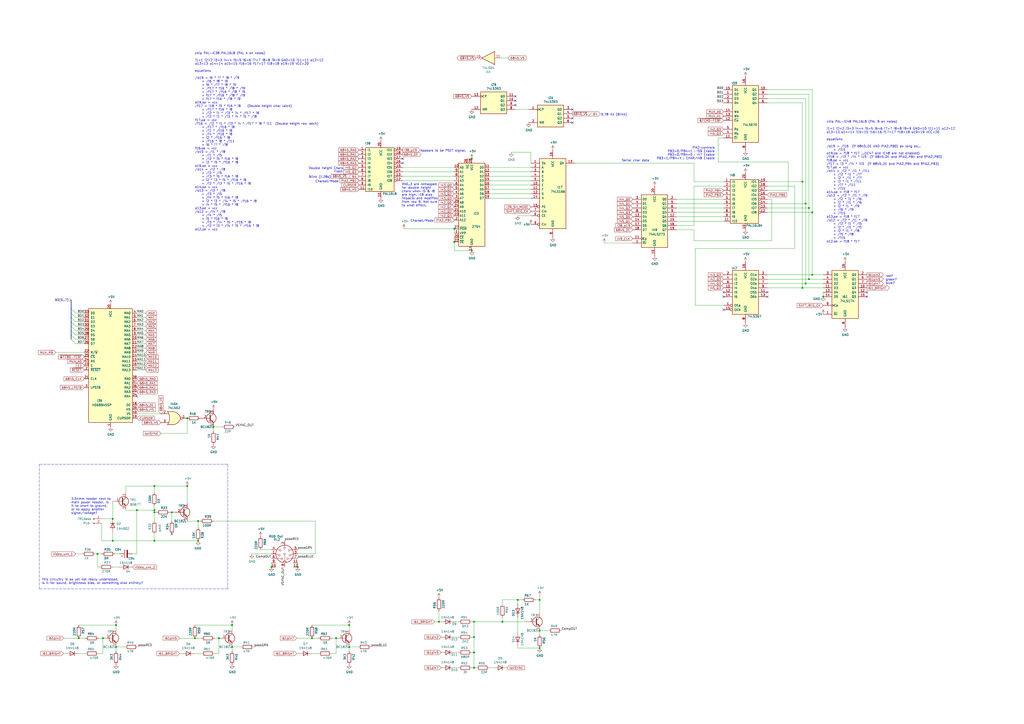
<source format=kicad_sch>
(kicad_sch (version 20211123) (generator eeschema)
  (paper "A2")
  (title_block (title "Video Schematic") (date "2022-06-08") (rev "0.2") (company "DragonPlus Electronics") (comment 1 "John Whitworth") (comment 3 "including Richard Harding's Dragon Beta PCB images.") (comment 4 "Reverse Engineering of Dragon Beta from various sources"))
  (lib_symbols
    (symbol "74xx:74LS02" (pin_names (offset 1.016))
      (property "Reference" "U" (at 0 1.27 0))
      (property "Value" "74LS02" (at 0 -1.27 0))
      (symbol "74LS02_1_1"
        (pin output inverted (at 7.62 0 180) (length 3.81) (name "~") (number "1"))
        (pin input line (at -7.62 2.54 0) (length 4.318) (name "~") (number "2"))
        (pin input line (at -7.62 -2.54 0) (length 4.318) (name "~") (number "3"))
      )
      (symbol "74LS02_1_2"
        (pin output line (at 7.62 0 180) (length 3.81) (name "~") (number "1"))
        (pin input inverted (at -7.62 2.54 0) (length 3.81) (name "~") (number "2"))
        (pin input inverted (at -7.62 -2.54 0) (length 3.81) (name "~") (number "3"))
      )
      (symbol "74LS02_2_1"
        (pin output inverted (at 7.62 0 180) (length 3.81) (name "~") (number "4"))
        (pin input line (at -7.62 2.54 0) (length 4.318) (name "~") (number "5"))
        (pin input line (at -7.62 -2.54 0) (length 4.318) (name "~") (number "6"))
      )
      (symbol "74LS02_2_2"
        (pin output line (at 7.62 0 180) (length 3.81) (name "~") (number "4"))
        (pin input inverted (at -7.62 2.54 0) (length 3.81) (name "~") (number "5"))
        (pin input inverted (at -7.62 -2.54 0) (length 3.81) (name "~") (number "6"))
      )
      (symbol "74LS02_3_1"
        (pin output inverted (at 7.62 0 180) (length 3.81) (name "~") (number "10"))
        (pin input line (at -7.62 2.54 0) (length 4.318) (name "~") (number "8"))
        (pin input line (at -7.62 -2.54 0) (length 4.318) (name "~") (number "9"))
      )
      (symbol "74LS02_3_2"
        (pin output line (at 7.62 0 180) (length 3.81) (name "~") (number "10"))
        (pin input inverted (at -7.62 2.54 0) (length 3.81) (name "~") (number "8"))
        (pin input inverted (at -7.62 -2.54 0) (length 3.81) (name "~") (number "9"))
      )
      (symbol "74LS02_4_1"
        (pin input line (at -7.62 2.54 0) (length 4.318) (name "~") (number "11"))
        (pin input line (at -7.62 -2.54 0) (length 4.318) (name "~") (number "12"))
        (pin output inverted (at 7.62 0 180) (length 3.81) (name "~") (number "13"))
      )
      (symbol "74LS02_4_2"
        (pin input inverted (at -7.62 2.54 0) (length 3.81) (name "~") (number "11"))
        (pin input inverted (at -7.62 -2.54 0) (length 3.81) (name "~") (number "12"))
        (pin output line (at 7.62 0 180) (length 3.81) (name "~") (number "13"))
      )
      (symbol "74LS02_5_0"
        (pin power_in line (at 0 12.7 270) (length 5.08) (name "VCC") (number "14"))
        (pin power_in line (at 0 -12.7 90) (length 5.08) (name "GND") (number "7"))
      )
    )
    (symbol "74xx:74LS04"
      (property "Reference" "U" (at 0 1.27 0))
      (property "Value" "74LS04" (at 0 -1.27 0))
      (symbol "74LS04_1_0"
        (pin input line (at -7.62 0 0) (length 3.81) (name "~") (number "1"))
        (pin output inverted (at 7.62 0 180) (length 3.81) (name "~") (number "2"))
      )
      (symbol "74LS04_2_0"
        (pin input line (at -7.62 0 0) (length 3.81) (name "~") (number "3"))
        (pin output inverted (at 7.62 0 180) (length 3.81) (name "~") (number "4"))
      )
      (symbol "74LS04_3_0"
        (pin input line (at -7.62 0 0) (length 3.81) (name "~") (number "5"))
        (pin output inverted (at 7.62 0 180) (length 3.81) (name "~") (number "6"))
      )
      (symbol "74LS04_4_0"
        (pin output inverted (at 7.62 0 180) (length 3.81) (name "~") (number "8"))
        (pin input line (at -7.62 0 0) (length 3.81) (name "~") (number "9"))
      )
      (symbol "74LS04_5_0"
        (pin output inverted (at 7.62 0 180) (length 3.81) (name "~") (number "10"))
        (pin input line (at -7.62 0 0) (length 3.81) (name "~") (number "11"))
      )
      (symbol "74LS04_6_0"
        (pin output inverted (at 7.62 0 180) (length 3.81) (name "~") (number "12"))
        (pin input line (at -7.62 0 0) (length 3.81) (name "~") (number "13"))
      )
      (symbol "74LS04_7_0"
        (pin power_in line (at 0 12.7 270) (length 5.08) (name "VCC") (number "14"))
        (pin power_in line (at 0 -12.7 90) (length 5.08) (name "GND") (number "7"))
      )
    )
    (symbol "74xx:74LS166" (pin_names (offset 1.016))
      (property "Reference" "U" (at -7.62 21.59 0))
      (property "Value" "74LS166" (at -7.62 -21.59 0))
      (symbol "74LS166_1_0"
        (pin input line (at -12.7 17.78 0) (length 5.08) (name "Ds") (number "1"))
        (pin input line (at -12.7 5.08 0) (length 5.08) (name "E") (number "10"))
        (pin input line (at -12.7 2.54 0) (length 5.08) (name "F") (number "11"))
        (pin input line (at -12.7 0 0) (length 5.08) (name "G") (number "12"))
        (pin output line (at 12.7 17.78 180) (length 5.08) (name "Qh") (number "13"))
        (pin input line (at -12.7 -2.54 0) (length 5.08) (name "H") (number "14"))
        (pin input inverted (at -12.7 -7.62 0) (length 5.08) (name "PE") (number "15"))
        (pin power_in line (at 0 25.4 270) (length 5.08) (name "VCC") (number "16"))
        (pin input line (at -12.7 15.24 0) (length 5.08) (name "A") (number "2"))
        (pin input line (at -12.7 12.7 0) (length 5.08) (name "B") (number "3"))
        (pin input line (at -12.7 10.16 0) (length 5.08) (name "C") (number "4"))
        (pin input line (at -12.7 7.62 0) (length 5.08) (name "D") (number "5"))
        (pin input inverted (at -12.7 -12.7 0) (length 5.08) (name "CE") (number "6"))
        (pin input line (at -12.7 -10.16 0) (length 5.08) (name "Clk") (number "7"))
        (pin power_in line (at 0 -25.4 90) (length 5.08) (name "GND") (number "8"))
        (pin input inverted (at -12.7 -17.78 0) (length 5.08) (name "Clr") (number "9"))
      )
    )
    (symbol "74xx:74LS174" (pin_names (offset 1.016))
      (property "Reference" "U" (at -7.62 13.97 0))
      (property "Value" "74LS174" (at -7.62 -16.51 0))
      (symbol "74LS174_1_0"
        (pin input line (at -12.7 -12.7 0) (length 5.08) (name "~{Mr}") (number "1"))
        (pin output line (at 12.7 2.54 180) (length 5.08) (name "Q3") (number "10"))
        (pin input line (at -12.7 2.54 0) (length 5.08) (name "D3") (number "11"))
        (pin output line (at 12.7 0 180) (length 5.08) (name "Q4") (number "12"))
        (pin input line (at -12.7 0 0) (length 5.08) (name "D4") (number "13"))
        (pin input line (at -12.7 -2.54 0) (length 5.08) (name "D5") (number "14"))
        (pin output line (at 12.7 -2.54 180) (length 5.08) (name "Q5") (number "15"))
        (pin power_in line (at 0 17.78 270) (length 5.08) (name "VCC") (number "16"))
        (pin output line (at 12.7 10.16 180) (length 5.08) (name "Q0") (number "2"))
        (pin input line (at -12.7 10.16 0) (length 5.08) (name "D0") (number "3"))
        (pin input line (at -12.7 7.62 0) (length 5.08) (name "D1") (number "4"))
        (pin output line (at 12.7 7.62 180) (length 5.08) (name "Q1") (number "5"))
        (pin input line (at -12.7 5.08 0) (length 5.08) (name "D2") (number "6"))
        (pin output line (at 12.7 5.08 180) (length 5.08) (name "Q2") (number "7"))
        (pin power_in line (at 0 -20.32 90) (length 5.08) (name "GND") (number "8"))
        (pin input clock (at -12.7 -7.62 0) (length 5.08) (name "Cp") (number "9"))
      )
    )
    (symbol "74xx:74LS273"
      (property "Reference" "U" (at -7.62 16.51 0))
      (property "Value" "74LS273" (at -7.62 -16.51 0))
      (symbol "74LS273_1_0"
        (pin input line (at -12.7 -12.7 0) (length 5.08) (name "~{Mr}") (number "1"))
        (pin power_in line (at 0 -20.32 90) (length 5.08) (name "GND") (number "10"))
        (pin input clock (at -12.7 -10.16 0) (length 5.08) (name "Cp") (number "11"))
        (pin output line (at 12.7 2.54 180) (length 5.08) (name "Q4") (number "12"))
        (pin input line (at -12.7 2.54 0) (length 5.08) (name "D4") (number "13"))
        (pin input line (at -12.7 0 0) (length 5.08) (name "D5") (number "14"))
        (pin output line (at 12.7 0 180) (length 5.08) (name "Q5") (number "15"))
        (pin output line (at 12.7 -2.54 180) (length 5.08) (name "Q6") (number "16"))
        (pin input line (at -12.7 -2.54 0) (length 5.08) (name "D6") (number "17"))
        (pin input line (at -12.7 -5.08 0) (length 5.08) (name "D7") (number "18"))
        (pin output line (at 12.7 -5.08 180) (length 5.08) (name "Q7") (number "19"))
        (pin output line (at 12.7 12.7 180) (length 5.08) (name "Q0") (number "2"))
        (pin power_in line (at 0 20.32 270) (length 5.08) (name "VCC") (number "20"))
        (pin input line (at -12.7 12.7 0) (length 5.08) (name "D0") (number "3"))
        (pin input line (at -12.7 10.16 0) (length 5.08) (name "D1") (number "4"))
        (pin output line (at 12.7 10.16 180) (length 5.08) (name "Q1") (number "5"))
        (pin output line (at 12.7 7.62 180) (length 5.08) (name "Q2") (number "6"))
        (pin input line (at -12.7 7.62 0) (length 5.08) (name "D2") (number "7"))
        (pin input line (at -12.7 5.08 0) (length 5.08) (name "D3") (number "8"))
        (pin output line (at 12.7 5.08 180) (length 5.08) (name "Q3") (number "9"))
      )
    )
    (symbol "74xx:74LS367" (pin_names (offset 1.016))
      (property "Reference" "U" (at -7.62 13.97 0))
      (property "Value" "74LS367" (at -7.62 -13.97 0))
      (symbol "74LS367_1_0"
        (pin input inverted (at -12.7 -7.62 0) (length 5.08) (name "OEa") (number "1"))
        (pin input line (at -12.7 2.54 0) (length 5.08) (name "I4") (number "10"))
        (pin tri_state line (at 12.7 0 180) (length 5.08) (name "O5b") (number "11"))
        (pin input line (at -12.7 0 0) (length 5.08) (name "I5") (number "12"))
        (pin tri_state line (at 12.7 -2.54 180) (length 5.08) (name "O6b") (number "13"))
        (pin input line (at -12.7 -2.54 0) (length 5.08) (name "I6") (number "14"))
        (pin input inverted (at -12.7 -10.16 0) (length 5.08) (name "OEb") (number "15"))
        (pin power_in line (at 0 17.78 270) (length 5.08) (name "VCC") (number "16"))
        (pin input line (at -12.7 10.16 0) (length 5.08) (name "I1") (number "2"))
        (pin tri_state line (at 12.7 10.16 180) (length 5.08) (name "O1a") (number "3"))
        (pin input line (at -12.7 7.62 0) (length 5.08) (name "I2") (number "4"))
        (pin tri_state line (at 12.7 7.62 180) (length 5.08) (name "O2a") (number "5"))
        (pin input line (at -12.7 5.08 0) (length 5.08) (name "I3") (number "6"))
        (pin tri_state line (at 12.7 5.08 180) (length 5.08) (name "O3a") (number "7"))
        (pin power_in line (at 0 -17.78 90) (length 5.08) (name "GND") (number "8"))
        (pin tri_state line (at 12.7 2.54 180) (length 5.08) (name "O4a") (number "9"))
      )
    )
    (symbol "74xx:74LS393" (pin_names (offset 1.016))
      (property "Reference" "U" (at -7.62 8.89 0))
      (property "Value" "74LS393" (at -7.62 -8.89 0))
      (symbol "74LS393_1_0"
        (pin input clock (at -12.7 2.54 0) (length 5.08) (name "CP") (number "1"))
        (pin input line (at -12.7 -5.08 0) (length 5.08) (name "MR") (number "2"))
        (pin output line (at 12.7 2.54 180) (length 5.08) (name "Q0") (number "3"))
        (pin output line (at 12.7 0 180) (length 5.08) (name "Q1") (number "4"))
        (pin output line (at 12.7 -2.54 180) (length 5.08) (name "Q2") (number "5"))
        (pin output line (at 12.7 -5.08 180) (length 5.08) (name "Q3") (number "6"))
      )
      (symbol "74LS393_2_0"
        (pin output line (at 12.7 0 180) (length 5.08) (name "Q1") (number "10"))
        (pin output line (at 12.7 2.54 180) (length 5.08) (name "Q0") (number "11"))
        (pin input line (at -12.7 -5.08 0) (length 5.08) (name "MR") (number "12"))
        (pin input clock (at -12.7 2.54 0) (length 5.08) (name "CP") (number "13"))
        (pin output line (at 12.7 -5.08 180) (length 5.08) (name "Q3") (number "8"))
        (pin output line (at 12.7 -2.54 180) (length 5.08) (name "Q2") (number "9"))
      )
      (symbol "74LS393_3_0"
        (pin power_in line (at 0 12.7 270) (length 5.08) (name "VCC") (number "14"))
        (pin power_in line (at 0 -12.7 90) (length 5.08) (name "GND") (number "7"))
      )
    )
    (symbol "74xx:74LS670" (pin_names (offset 1.016))
      (property "Reference" "U" (at -7.62 16.51 0))
      (property "Value" "74LS670" (at -7.62 -19.05 0))
      (symbol "74LS670_1_0"
        (pin input line (at -12.7 10.16 0) (length 5.08) (name "D2") (number "1"))
        (pin tri_state line (at 12.7 12.7 180) (length 5.08) (name "Q1") (number "10"))
        (pin input line (at -12.7 -15.24 0) (length 5.08) (name "~{Er}") (number "11"))
        (pin input line (at -12.7 -5.08 0) (length 5.08) (name "~{Ew}") (number "12"))
        (pin input line (at -12.7 -2.54 0) (length 5.08) (name "Wb") (number "13"))
        (pin input line (at -12.7 0 0) (length 5.08) (name "Wa") (number "14"))
        (pin input line (at -12.7 12.7 0) (length 5.08) (name "D1") (number "15"))
        (pin power_in line (at 0 20.32 270) (length 5.08) (name "VCC") (number "16"))
        (pin input line (at -12.7 7.62 0) (length 5.08) (name "D3") (number "2"))
        (pin input line (at -12.7 5.08 0) (length 5.08) (name "D4") (number "3"))
        (pin input line (at -12.7 -12.7 0) (length 5.08) (name "Rb") (number "4"))
        (pin input line (at -12.7 -10.16 0) (length 5.08) (name "Ra") (number "5"))
        (pin tri_state line (at 12.7 5.08 180) (length 5.08) (name "Q4") (number "6"))
        (pin tri_state line (at 12.7 7.62 180) (length 5.08) (name "Q3") (number "7"))
        (pin power_in line (at 0 -22.86 90) (length 5.08) (name "GND") (number "8"))
        (pin tri_state line (at 12.7 10.16 180) (length 5.08) (name "Q2") (number "9"))
      )
    )
    (symbol "Connector:Conn_01x02_Male" (pin_names (offset 1.016) hide)
      (property "Reference" "J" (at 0 2.54 0))
      (property "Value" "Conn_01x02_Male" (at 0 -5.08 0))
      (symbol "Conn_01x02_Male_1_1"
        (pin passive line (at 5.08 0 180) (length 3.81) (name "Pin_1") (number "1"))
        (pin passive line (at 5.08 -2.54 180) (length 3.81) (name "Pin_2") (number "2"))
      )
    )
    (symbol "Connector:DIN-8" (pin_names (offset 1.016))
      (property "Reference" "PL2" (at 0 -12.2174 0))
      (property "Value" "Video Out" (at 0 -9.906 0))
      (symbol "DIN-8_1_1"
        (pin passive line (at -7.62 0 0) (length 2.54) (name "~") (number "1"))
        (pin passive line (at -7.62 -7.62 0) (length 2.54) (name "~") (number "10"))
        (pin passive line (at 7.62 -5.08 180) (length 2.54) (name "~") (number "11"))
        (pin passive line (at 7.62 -7.62 180) (length 2.54) (name "~") (number "12"))
        (pin passive line (at 0 7.62 270) (length 2.54) (name "~") (number "2"))
        (pin passive line (at 7.62 0 180) (length 2.54) (name "~") (number "3"))
        (pin passive line (at -7.62 2.54 0) (length 2.54) (name "~") (number "4"))
        (pin passive line (at 7.62 2.54 180) (length 2.54) (name "~") (number "5"))
        (pin passive line (at -7.62 -2.54 0) (length 2.54) (name "~") (number "6"))
        (pin passive line (at 7.62 -2.54 180) (length 2.54) (name "~") (number "7"))
        (pin passive line (at 0 -7.62 90) (length 2.54) (name "~") (number "8"))
        (pin passive line (at -7.62 -5.08 0) (length 2.54) (name "~") (number "9"))
      )
    )
    (symbol "Device:CP" (pin_numbers hide) (pin_names (offset 0.254))
      (property "Reference" "C" (at 0.635 2.54 0))
      (property "Value" "CP" (at 0.635 -2.54 0))
      (symbol "CP_1_1"
        (pin passive line (at 0 3.81 270) (length 2.794) (name "~") (number "1"))
        (pin passive line (at 0 -3.81 90) (length 2.794) (name "~") (number "2"))
      )
    )
    (symbol "Device:Q_NPN_Darlington_BCE" (pin_names (offset 0) hide)
      (property "Reference" "Q" (at 4.572 1.27 0))
      (property "Value" "Q_NPN_Darlington_BCE" (at 4.572 -1.27 0))
      (symbol "Q_NPN_Darlington_BCE_1_1"
        (pin input line (at -5.08 0 0) (length 5.715) (name "B") (number "1"))
        (pin passive line (at 2.54 5.08 270) (length 2.54) (name "C") (number "2"))
        (pin passive line (at 2.54 -5.08 90) (length 2.54) (name "E") (number "3"))
      )
    )
    (symbol "Device:Q_NPN_EBC" (pin_names (offset 0) hide)
      (property "Reference" "Q" (at 5.08 1.27 0))
      (property "Value" "Q_NPN_EBC" (at 5.08 -1.27 0))
      (symbol "Q_NPN_EBC_1_1"
        (pin passive line (at 2.54 -5.08 90) (length 2.54) (name "E") (number "1"))
        (pin passive line (at -5.08 0 0) (length 5.715) (name "B") (number "2"))
        (pin passive line (at 2.54 5.08 270) (length 2.54) (name "C") (number "3"))
      )
    )
    (symbol "Device:R" (pin_numbers hide) (pin_names (offset 0))
      (property "Reference" "R" (at 2.032 0 90))
      (property "Value" "R" (at 0 0 90))
      (symbol "R_1_1"
        (pin passive line (at 0 3.81 270) (length 1.27) (name "~") (number "1"))
        (pin passive line (at 0 -3.81 90) (length 1.27) (name "~") (number "2"))
      )
    )
    (symbol "Diode:1N4002" (pin_numbers hide) (pin_names (offset 1.016) hide)
      (property "Reference" "D" (at 0 2.54 0))
      (property "Value" "1N4002" (at 0 -2.54 0))
      (symbol "1N4002_1_1"
        (pin passive line (at -3.81 0 0) (length 2.54) (name "K") (number "1"))
        (pin passive line (at 3.81 0 180) (length 2.54) (name "A") (number "2"))
      )
    )
    (symbol "Diode:1N4148" (pin_numbers hide) (pin_names (offset 1.016) hide)
      (property "Reference" "D" (at 0 2.54 0))
      (property "Value" "1N4148" (at 0 -2.54 0))
      (symbol "1N4148_1_1"
        (pin passive line (at -3.81 0 0) (length 2.54) (name "K") (number "1"))
        (pin passive line (at 3.81 0 180) (length 2.54) (name "A") (number "2"))
      )
    )
    (symbol "GPU:MC6845" (pin_names (offset 1.016))
      (property "Reference" "U" (at -10.16 34.29 0))
      (property "Value" "MC6845" (at 12.7 34.29 0))
      (symbol "MC6845_1_1"
        (pin power_in line (at 0 -35.56 90) (length 2.54) (name "GND") (number "1"))
        (pin output line (at 15.24 15.24 180) (length 2.54) (name "MA6") (number "10"))
        (pin output line (at 15.24 12.7 180) (length 2.54) (name "MA7") (number "11"))
        (pin output line (at 15.24 10.16 180) (length 2.54) (name "MA8") (number "12"))
        (pin output line (at 15.24 7.62 180) (length 2.54) (name "MA9") (number "13"))
        (pin output line (at 15.24 5.08 180) (length 2.54) (name "MA10") (number "14"))
        (pin output line (at 15.24 2.54 180) (length 2.54) (name "MA11") (number "15"))
        (pin output line (at 15.24 0 180) (length 2.54) (name "MA12") (number "16"))
        (pin output line (at 15.24 -2.54 180) (length 2.54) (name "MA13") (number "17"))
        (pin output line (at 15.24 -22.86 180) (length 2.54) (name "DE") (number "18"))
        (pin output line (at 15.24 -30.48 180) (length 2.54) (name "CURSOR") (number "19"))
        (pin input line (at -15.24 -2.54 0) (length 2.54) (name "~{RESET}") (number "2"))
        (pin power_in line (at 0 35.56 270) (length 2.54) (name "VCC") (number "20"))
        (pin input line (at -15.24 -7.62 0) (length 2.54) (name "CLK") (number "21"))
        (pin input line (at -15.24 7.62 0) (length 2.54) (name "R/~{W}") (number "22"))
        (pin input line (at -15.24 0 0) (length 2.54) (name "E") (number "23"))
        (pin input line (at -15.24 2.54 0) (length 2.54) (name "RS") (number "24"))
        (pin input line (at -15.24 5.08 0) (length 2.54) (name "~{CS}") (number "25"))
        (pin bidirectional line (at -15.24 12.7 0) (length 2.54) (name "D7") (number "26"))
        (pin bidirectional line (at -15.24 15.24 0) (length 2.54) (name "D6") (number "27"))
        (pin bidirectional line (at -15.24 17.78 0) (length 2.54) (name "D5") (number "28"))
        (pin bidirectional line (at -15.24 20.32 0) (length 2.54) (name "D4") (number "29"))
        (pin input line (at -15.24 -12.7 0) (length 2.54) (name "LPSTB") (number "3"))
        (pin bidirectional line (at -15.24 22.86 0) (length 2.54) (name "D3") (number "30"))
        (pin bidirectional line (at -15.24 25.4 0) (length 2.54) (name "D2") (number "31"))
        (pin bidirectional line (at -15.24 27.94 0) (length 2.54) (name "D1") (number "32"))
        (pin bidirectional line (at -15.24 30.48 0) (length 2.54) (name "D0") (number "33"))
        (pin output line (at 15.24 -17.78 180) (length 2.54) (name "RA4") (number "34"))
        (pin output line (at 15.24 -15.24 180) (length 2.54) (name "RA3") (number "35"))
        (pin output line (at 15.24 -12.7 180) (length 2.54) (name "RA2") (number "36"))
        (pin output line (at 15.24 -10.16 180) (length 2.54) (name "RA1") (number "37"))
        (pin output line (at 15.24 -7.62 180) (length 2.54) (name "RA0") (number "38"))
        (pin output line (at 15.24 -25.4 180) (length 2.54) (name "HS") (number "39"))
        (pin output line (at 15.24 30.48 180) (length 2.54) (name "MA0") (number "4"))
        (pin output line (at 15.24 -27.94 180) (length 2.54) (name "VS") (number "40"))
        (pin output line (at 15.24 27.94 180) (length 2.54) (name "MA1") (number "5"))
        (pin output line (at 15.24 25.4 180) (length 2.54) (name "MA2") (number "6"))
        (pin output line (at 15.24 22.86 180) (length 2.54) (name "MA3") (number "7"))
        (pin output line (at 15.24 20.32 180) (length 2.54) (name "MA4") (number "8"))
        (pin output line (at 15.24 17.78 180) (length 2.54) (name "MA5") (number "9"))
      )
    )
    (symbol "Logic_Programmable:PAL16L8" (pin_names (offset 1.016))
      (property "Reference" "U" (at -8.89 16.51 0))
      (property "Value" "PAL16L8" (at 1.27 16.51 0))
      (symbol "PAL16L8_0_0"
        (pin power_in line (at 0 -15.24 90) (length 3.81) (name "GND") (number "10"))
        (pin power_in line (at 0 17.78 270) (length 3.81) (name "VCC") (number "20"))
      )
      (symbol "PAL16L8_1_1"
        (pin input line (at -12.7 12.7 0) (length 3.81) (name "I1") (number "1"))
        (pin input line (at -12.7 -10.16 0) (length 3.81) (name "I10") (number "11"))
        (pin tri_state inverted (at 12.7 -5.08 180) (length 5.08) (name "IO8") (number "12"))
        (pin tri_state inverted (at 12.7 -2.54 180) (length 5.08) (name "IO7") (number "13"))
        (pin tri_state inverted (at 12.7 0 180) (length 5.08) (name "IO6") (number "14"))
        (pin tri_state inverted (at 12.7 2.54 180) (length 5.08) (name "IO5") (number "15"))
        (pin tri_state inverted (at 12.7 5.08 180) (length 5.08) (name "IO4") (number "16"))
        (pin tri_state inverted (at 12.7 7.62 180) (length 5.08) (name "I03") (number "17"))
        (pin tri_state inverted (at 12.7 10.16 180) (length 5.08) (name "IO2") (number "18"))
        (pin tri_state inverted (at 12.7 12.7 180) (length 5.08) (name "IO1") (number "19"))
        (pin input line (at -12.7 10.16 0) (length 3.81) (name "I2") (number "2"))
        (pin input line (at -12.7 7.62 0) (length 3.81) (name "I3") (number "3"))
        (pin input line (at -12.7 5.08 0) (length 3.81) (name "I4") (number "4"))
        (pin input line (at -12.7 2.54 0) (length 3.81) (name "I5") (number "5"))
        (pin input line (at -12.7 0 0) (length 3.81) (name "I6") (number "6"))
        (pin input line (at -12.7 -2.54 0) (length 3.81) (name "I7") (number "7"))
        (pin input line (at -12.7 -5.08 0) (length 3.81) (name "I8") (number "8"))
        (pin input line (at -12.7 -7.62 0) (length 3.81) (name "I9") (number "9"))
      )
    )
    (symbol "Memory_EPROM:2764"
      (property "Reference" "I23" (at 2.54 -6.35 0))
      (property "Value" "2764" (at 2.54 -13.97 0))
      (symbol "2764_1_1"
        (pin input line (at -10.16 -17.78 0) (length 2.54) (name "VPP") (number "1"))
        (pin input line (at -10.16 20.32 0) (length 2.54) (name "A0") (number "10"))
        (pin tri_state line (at 10.16 20.32 180) (length 2.54) (name "D0") (number "11"))
        (pin tri_state line (at 10.16 17.78 180) (length 2.54) (name "D1") (number "12"))
        (pin tri_state line (at 10.16 15.24 180) (length 2.54) (name "D2") (number "13"))
        (pin power_in line (at 0 -27.94 90) (length 2.54) (name "GND") (number "14"))
        (pin tri_state line (at 10.16 12.7 180) (length 2.54) (name "D3") (number "15"))
        (pin tri_state line (at 10.16 10.16 180) (length 2.54) (name "D4") (number "16"))
        (pin tri_state line (at 10.16 7.62 180) (length 2.54) (name "D5") (number "17"))
        (pin tri_state line (at 10.16 5.08 180) (length 2.54) (name "D6") (number "18"))
        (pin tri_state line (at 10.16 2.54 180) (length 2.54) (name "D7") (number "19"))
        (pin input line (at -10.16 -10.16 0) (length 2.54) (name "A12") (number "2"))
        (pin input line (at -10.16 -20.32 0) (length 2.54) (name "~{CE}") (number "20"))
        (pin input line (at -10.16 -5.08 0) (length 2.54) (name "A10") (number "21"))
        (pin input line (at -10.16 -22.86 0) (length 2.54) (name "~{OE}") (number "22"))
        (pin input line (at -10.16 -7.62 0) (length 2.54) (name "A11") (number "23"))
        (pin input line (at -10.16 -2.54 0) (length 2.54) (name "A9") (number "24"))
        (pin input line (at -10.16 0 0) (length 2.54) (name "A8") (number "25"))
        (pin passive line (at -2.54 25.4 270) (length 2.54) (name "NC") (number "26"))
        (pin no_connect line (at 7.62 0 180) (length 2.54) hide (name "NC") (number "26"))
        (pin input line (at -10.16 -15.24 0) (length 2.54) (name "~{PGM}") (number "27"))
        (pin power_in line (at 0 25.4 270) (length 2.54) (name "VCC") (number "28"))
        (pin input line (at -10.16 2.54 0) (length 2.54) (name "A7") (number "3"))
        (pin input line (at -10.16 5.08 0) (length 2.54) (name "A6") (number "4"))
        (pin input line (at -10.16 7.62 0) (length 2.54) (name "A5") (number "5"))
        (pin input line (at -10.16 10.16 0) (length 2.54) (name "A4") (number "6"))
        (pin input line (at -10.16 12.7 0) (length 2.54) (name "A3") (number "7"))
        (pin input line (at -10.16 15.24 0) (length 2.54) (name "A2") (number "8"))
        (pin input line (at -10.16 17.78 0) (length 2.54) (name "A1") (number "9"))
      )
    )
    (symbol "power:+5V" (power) (pin_names (offset 0))
      (property "Value" "+5V" (at 0 3.556 0))
      (symbol "+5V_1_1"
        (pin power_in line (at 0 0 90) (length 0) hide (name "+5V") (number "1"))
      )
    )
    (symbol "power:GND" (power) (pin_names (offset 0))
      (property "Value" "GND" (at 0 -3.81 0))
      (symbol "GND_1_1"
        (pin power_in line (at 0 0 270) (length 0) hide (name "GND") (number "1"))
      )
    )
  )
  (junction (at 467.36 164.465))
  (junction (at 263.525 132.715))
  (junction (at 263.525 140.335))
  (junction (at 194.945 370.205))
  (junction (at 89.535 297.18))
  (junction (at 202.565 375.285))
  (junction (at 134.62 375.285))
  (junction (at 134.62 362.585))
  (junction (at 89.535 295.91))
  (junction (at 114.935 313.69))
  (junction (at 65.405 300.99))
  (junction (at 65.405 313.69))
  (junction (at 99.695 297.18))
  (junction (at 180.975 370.205))
  (junction (at 469.265 120.65))
  (junction (at 89.535 313.69))
  (junction (at 273.685 145.415))
  (junction (at 471.17 159.385))
  (junction (at 291.465 360.68))
  (junction (at 108.585 281.94))
  (junction (at 127 370.205))
  (junction (at 254.635 360.68))
  (junction (at 274.955 360.68))
  (junction (at 471.17 123.19))
  (junction (at 300.355 347.98))
  (junction (at 477.52 172.085))
  (junction (at 56.515 321.31))
  (junction (at 45.72 370.205))
  (junction (at 313.055 365.76))
  (junction (at 274.955 378.46))
  (junction (at 273.685 92.075))
  (junction (at 123.825 247.65))
  (junction (at 172.72 328.93))
  (junction (at 465.455 105.41))
  (junction (at 467.36 118.11))
  (junction (at 313.055 347.98))
  (junction (at 469.265 161.925))
  (junction (at 89.535 281.94))
  (junction (at 313.055 375.92))
  (junction (at 108.585 242.57))
  (junction (at 274.955 387.35))
  (junction (at 59.69 370.205))
  (junction (at 274.955 369.57))
  (junction (at 465.455 167.005))
  (junction (at 114.935 302.26))
  (junction (at 113.03 370.205))
  (junction (at 67.31 362.585))
  (junction (at 202.565 362.585))
  (junction (at 157.48 328.93))
  (junction (at 67.31 375.285))
  (junction (at 79.375 295.91))
  (no_connect (at 99.695 309.88))
  (no_connect (at 233.68 94.615))
  (no_connect (at 233.68 92.075))
  (no_connect (at 79.375 229.87))
  (no_connect (at 445.135 172.085))
  (no_connect (at 445.135 169.545))
  (no_connect (at 419.735 169.545))
  (no_connect (at 419.735 172.085))
  (no_connect (at 419.735 179.705))
  (no_connect (at 299.085 58.42))
  (no_connect (at 332.105 63.5))
  (no_connect (at 299.085 60.96))
  (no_connect (at 502.92 169.545))
  (no_connect (at 502.92 172.085))
  (no_connect (at 332.105 68.58))
  (no_connect (at 332.105 71.12))
  (no_connect (at 299.085 55.88))
  (bus_entry (at 41.275 194.31) (size 2.54 2.54))
  (bus_entry (at 41.275 191.77) (size 2.54 2.54))
  (bus_entry (at 41.275 189.23) (size 2.54 2.54))
  (bus_entry (at 41.275 179.07) (size 2.54 2.54))
  (bus_entry (at 41.275 184.15) (size 2.54 2.54))
  (bus_entry (at 41.275 186.69) (size 2.54 2.54))
  (bus_entry (at 41.275 181.61) (size 2.54 2.54))
  (bus_entry (at 41.275 196.85) (size 2.54 2.54))
  (wire (pts (xy 471.17 52.07) (xy 445.135 52.07)))
  (wire (pts (xy 392.43 123.19) (xy 419.735 123.19)))
  (wire (pts (xy 283.845 102.235) (xy 307.975 102.235)))
  (wire (pts (xy 392.43 128.27) (xy 419.735 128.27)))
  (wire (pts (xy 274.955 360.68) (xy 291.465 360.68)))
  (wire (pts (xy 134.62 377.825) (xy 134.62 375.285)))
  (wire (pts (xy 65.405 308.61) (xy 65.405 313.69)))
  (wire (pts (xy 294.64 33.655) (xy 290.83 33.655)))
  (wire (pts (xy 47.625 321.31) (xy 43.815 321.31)))
  (wire (pts (xy 313.055 368.3) (xy 313.055 365.76)))
  (wire (pts (xy 124.46 370.205) (xy 127 370.205)))
  (wire (pts (xy 79.375 209.55) (xy 84.455 209.55)))
  (wire (pts (xy 233.68 102.235) (xy 263.525 102.235)))
  (wire (pts (xy 465.455 167.005) (xy 465.455 105.41)))
  (wire (pts (xy 79.375 204.47) (xy 84.455 204.47)))
  (wire (pts (xy 65.405 328.93) (xy 69.215 328.93)))
  (wire (pts (xy 392.43 125.73) (xy 419.735 125.73)))
  (wire (pts (xy 283.845 107.315) (xy 307.975 107.315)))
  (wire (pts (xy 447.675 139.7) (xy 447.675 115.57)))
  (wire (pts (xy 469.265 54.61) (xy 445.135 54.61)))
  (wire (pts (xy 254.635 354.33) (xy 254.635 360.68)))
  (wire (pts (xy 445.135 107.95) (xy 461.01 107.95)))
  (wire (pts (xy 283.845 112.395) (xy 307.975 112.395)))
  (wire (pts (xy 402.59 130.81) (xy 402.59 107.95)))
  (wire (pts (xy 57.15 370.205) (xy 59.69 370.205)))
  (wire (pts (xy 263.525 378.46) (xy 266.065 378.46)))
  (wire (pts (xy 416.56 80.01) (xy 416.56 93.98)))
  (wire (pts (xy 274.955 387.35) (xy 276.225 387.35)))
  (wire (pts (xy 105.41 379.095) (xy 104.14 379.095)))
  (wire (pts (xy 403.225 144.145) (xy 403.225 177.165)))
  (wire (pts (xy 307.975 88.265) (xy 296.545 88.265)))
  (bus (pts (xy 41.275 181.61) (xy 41.275 184.15)))
  (wire (pts (xy 43.815 184.15) (xy 48.895 184.15)))
  (wire (pts (xy 445.135 167.005) (xy 465.455 167.005)))
  (wire (pts (xy 73.025 285.75) (xy 73.025 281.94)))
  (wire (pts (xy 283.845 99.695) (xy 307.975 99.695)))
  (wire (pts (xy 447.675 115.57) (xy 445.135 115.57)))
  (wire (pts (xy 392.43 118.11) (xy 419.735 118.11)))
  (wire (pts (xy 134.62 375.285) (xy 139.7 375.285)))
  (wire (pts (xy 113.03 362.585) (xy 134.62 362.585)))
  (wire (pts (xy 273.685 387.35) (xy 274.955 387.35)))
  (wire (pts (xy 471.17 123.19) (xy 445.135 123.19)))
  (wire (pts (xy 79.375 240.03) (xy 93.345 240.03)))
  (wire (pts (xy 469.265 161.925) (xy 469.265 120.65)))
  (wire (pts (xy 56.515 321.31) (xy 55.245 321.31)))
  (wire (pts (xy 467.36 118.11) (xy 467.36 57.15)))
  (wire (pts (xy 123.825 302.26) (xy 182.88 302.26)))
  (wire (pts (xy 146.05 321.31) (xy 157.48 321.31)))
  (wire (pts (xy 471.17 123.19) (xy 471.17 52.07)))
  (wire (pts (xy 402.59 133.35) (xy 402.59 139.7)))
  (wire (pts (xy 116.205 302.26) (xy 114.935 302.26)))
  (wire (pts (xy 291.465 358.14) (xy 291.465 360.68)))
  (wire (pts (xy 300.355 125.095) (xy 307.975 125.095)))
  (wire (pts (xy 402.59 105.41) (xy 419.735 105.41)))
  (wire (pts (xy 263.525 145.415) (xy 273.685 145.415)))
  (wire (pts (xy 89.535 297.18) (xy 89.535 302.26)))
  (wire (pts (xy 403.225 177.165) (xy 419.735 177.165)))
  (wire (pts (xy 273.685 369.57) (xy 274.955 369.57)))
  (wire (pts (xy 233.68 99.695) (xy 263.525 99.695)))
  (wire (pts (xy 67.31 377.825) (xy 67.31 375.285)))
  (wire (pts (xy 471.17 159.385) (xy 477.52 159.385)))
  (wire (pts (xy 108.585 281.94) (xy 108.585 292.1)))
  (wire (pts (xy 45.72 370.205) (xy 49.53 370.205)))
  (wire (pts (xy 57.15 379.095) (xy 59.69 379.095)))
  (wire (pts (xy 43.815 189.23) (xy 48.895 189.23)))
  (wire (pts (xy 291.465 350.52) (xy 291.465 347.98)))
  (wire (pts (xy 467.36 164.465) (xy 477.52 164.465)))
  (wire (pts (xy 192.405 370.205) (xy 194.945 370.205)))
  (wire (pts (xy 172.085 379.095) (xy 173.355 379.095)))
  (bus (pts (xy 41.275 184.15) (xy 41.275 186.69)))
  (wire (pts (xy 89.535 297.18) (xy 90.805 297.18)))
  (wire (pts (xy 392.43 115.57) (xy 419.735 115.57)))
  (wire (pts (xy 79.375 295.91) (xy 89.535 295.91)))
  (wire (pts (xy 283.845 104.775) (xy 307.975 104.775)))
  (wire (pts (xy 419.735 80.01) (xy 416.56 80.01)))
  (wire (pts (xy 99.695 297.18) (xy 99.695 302.26)))
  (wire (pts (xy 73.025 295.91) (xy 79.375 295.91)))
  (wire (pts (xy 465.455 59.69) (xy 445.135 59.69)))
  (wire (pts (xy 79.375 194.31) (xy 84.455 194.31)))
  (wire (pts (xy 283.845 114.935) (xy 307.975 114.935)))
  (wire (pts (xy 273.685 360.68) (xy 274.955 360.68)))
  (wire (pts (xy 108.585 302.26) (xy 114.935 302.26)))
  (wire (pts (xy 79.375 214.63) (xy 84.455 214.63)))
  (wire (pts (xy 300.355 347.98) (xy 300.355 350.52)))
  (wire (pts (xy 43.815 199.39) (xy 48.895 199.39)))
  (wire (pts (xy 469.265 120.65) (xy 445.135 120.65)))
  (wire (pts (xy 36.83 379.095) (xy 38.1 379.095)))
  (wire (pts (xy 477.52 169.545) (xy 477.52 172.085)))
  (wire (pts (xy 300.355 358.14) (xy 300.355 367.03)))
  (wire (pts (xy 45.72 362.585) (xy 67.31 362.585)))
  (wire (pts (xy 43.815 194.31) (xy 48.895 194.31)))
  (wire (pts (xy 65.405 313.69) (xy 89.535 313.69)))
  (wire (pts (xy 457.2 110.49) (xy 445.135 110.49)))
  (wire (pts (xy 123.825 247.65) (xy 128.905 247.65)))
  (wire (pts (xy 445.135 159.385) (xy 471.17 159.385)))
  (wire (pts (xy 99.695 297.18) (xy 100.965 297.18)))
  (polyline (pts (xy 132.08 341.63) (xy 22.86 341.63)))
  (wire (pts (xy 89.535 313.69) (xy 114.935 313.69)))
  (wire (pts (xy 254.635 360.68) (xy 252.095 360.68)))
  (wire (pts (xy 89.535 281.94) (xy 89.535 285.75)))
  (wire (pts (xy 43.815 191.77) (xy 48.895 191.77)))
  (wire (pts (xy 79.375 199.39) (xy 84.455 199.39)))
  (wire (pts (xy 300.355 347.98) (xy 302.895 347.98)))
  (wire (pts (xy 79.375 196.85) (xy 84.455 196.85)))
  (wire (pts (xy 93.345 251.46) (xy 108.585 251.46)))
  (wire (pts (xy 43.815 186.69) (xy 48.895 186.69)))
  (wire (pts (xy 445.135 161.925) (xy 469.265 161.925)))
  (wire (pts (xy 67.31 362.585) (xy 67.31 365.125)))
  (wire (pts (xy 333.375 94.615) (xy 402.59 94.615)))
  (wire (pts (xy 402.59 94.615) (xy 402.59 105.41)))
  (wire (pts (xy 180.975 362.585) (xy 202.565 362.585)))
  (wire (pts (xy 194.945 379.095) (xy 192.405 379.095)))
  (wire (pts (xy 73.025 281.94) (xy 89.535 281.94)))
  (wire (pts (xy 113.03 379.095) (xy 116.84 379.095)))
  (wire (pts (xy 233.68 104.775) (xy 263.525 104.775)))
  (wire (pts (xy 291.465 347.98) (xy 300.355 347.98)))
  (wire (pts (xy 79.375 191.77) (xy 84.455 191.77)))
  (bus (pts (xy 41.275 179.07) (xy 41.275 181.61)))
  (wire (pts (xy 313.055 345.44) (xy 313.055 347.98)))
  (wire (pts (xy 469.265 120.65) (xy 469.265 54.61)))
  (wire (pts (xy 457.2 93.98) (xy 457.2 110.49)))
  (wire (pts (xy 89.535 295.91) (xy 89.535 297.18)))
  (wire (pts (xy 43.815 196.85) (xy 48.895 196.85)))
  (wire (pts (xy 65.405 290.83) (xy 65.405 300.99)))
  (wire (pts (xy 350.52 140.97) (xy 367.03 140.97)))
  (wire (pts (xy 180.975 370.205) (xy 184.785 370.205)))
  (wire (pts (xy 263.525 137.795) (xy 263.525 140.335)))
  (wire (pts (xy 467.36 164.465) (xy 467.36 118.11)))
  (wire (pts (xy 45.72 379.095) (xy 49.53 379.095)))
  (wire (pts (xy 180.975 370.205) (xy 172.085 370.205)))
  (wire (pts (xy 56.515 328.93) (xy 57.785 328.93)))
  (wire (pts (xy 233.68 97.155) (xy 263.525 97.155)))
  (wire (pts (xy 273.685 378.46) (xy 274.955 378.46)))
  (polyline (pts (xy 22.86 269.24) (xy 132.08 269.24)))
  (wire (pts (xy 59.69 379.095) (xy 59.69 370.205)))
  (wire (pts (xy 180.975 379.095) (xy 184.785 379.095)))
  (wire (pts (xy 465.455 105.41) (xy 465.455 59.69)))
  (wire (pts (xy 45.72 370.205) (xy 36.83 370.205)))
  (polyline (pts (xy 132.08 269.24) (xy 132.08 341.63)))
  (wire (pts (xy 300.355 374.65) (xy 300.355 375.92)))
  (wire (pts (xy 392.43 133.35) (xy 402.59 133.35)))
  (wire (pts (xy 291.465 360.68) (xy 305.435 360.68)))
  (wire (pts (xy 234.315 132.715) (xy 263.525 132.715)))
  (wire (pts (xy 56.515 321.31) (xy 56.515 328.93)))
  (wire (pts (xy 263.525 132.715) (xy 263.525 135.255)))
  (wire (pts (xy 59.055 313.69) (xy 65.405 313.69)))
  (wire (pts (xy 313.055 365.76) (xy 318.135 365.76)))
  (wire (pts (xy 402.59 139.7) (xy 447.675 139.7)))
  (bus (pts (xy 41.275 189.23) (xy 41.275 191.77)))
  (wire (pts (xy 59.055 321.31) (xy 56.515 321.31)))
  (wire (pts (xy 59.055 300.99) (xy 65.405 300.99)))
  (wire (pts (xy 202.565 377.825) (xy 202.565 375.285)))
  (wire (pts (xy 79.375 189.23) (xy 84.455 189.23)))
  (wire (pts (xy 469.265 161.925) (xy 477.52 161.925)))
  (wire (pts (xy 157.48 326.39) (xy 157.48 328.93)))
  (wire (pts (xy 113.03 370.205) (xy 116.84 370.205)))
  (wire (pts (xy 445.135 105.41) (xy 465.455 105.41)))
  (wire (pts (xy 467.36 57.15) (xy 445.135 57.15)))
  (wire (pts (xy 202.565 362.585) (xy 202.565 365.125)))
  (wire (pts (xy 79.375 186.69) (xy 84.455 186.69)))
  (wire (pts (xy 59.055 303.53) (xy 59.055 313.69)))
  (wire (pts (xy 461.01 107.95) (xy 461.01 144.145)))
  (bus (pts (xy 41.275 173.99) (xy 41.275 179.07)))
  (wire (pts (xy 255.905 360.68) (xy 254.635 360.68)))
  (wire (pts (xy 89.535 281.94) (xy 108.585 281.94)))
  (wire (pts (xy 274.955 360.68) (xy 274.955 369.57)))
  (wire (pts (xy 127 379.095) (xy 127 370.205)))
  (wire (pts (xy 172.72 326.39) (xy 172.72 328.93)))
  (wire (pts (xy 108.585 251.46) (xy 108.585 242.57)))
  (wire (pts (xy 79.375 184.15) (xy 84.455 184.15)))
  (wire (pts (xy 392.43 130.81) (xy 402.59 130.81)))
  (bus (pts (xy 41.275 191.77) (xy 41.275 194.31)))
  (wire (pts (xy 123.825 250.19) (xy 123.825 247.65)))
  (wire (pts (xy 67.31 375.285) (xy 72.39 375.285)))
  (wire (pts (xy 76.835 321.31) (xy 79.375 321.31)))
  (wire (pts (xy 43.815 181.61) (xy 48.895 181.61)))
  (wire (pts (xy 445.135 164.465) (xy 467.36 164.465)))
  (wire (pts (xy 98.425 297.18) (xy 99.695 297.18)))
  (wire (pts (xy 283.845 97.155) (xy 307.975 97.155)))
  (bus (pts (xy 41.275 186.69) (xy 41.275 189.23)))
  (wire (pts (xy 32.385 204.47) (xy 48.895 204.47)))
  (wire (pts (xy 69.215 321.31) (xy 66.675 321.31)))
  (wire (pts (xy 274.955 378.46) (xy 274.955 387.35)))
  (wire (pts (xy 79.375 212.09) (xy 84.455 212.09)))
  (wire (pts (xy 392.43 120.65) (xy 419.735 120.65)))
  (wire (pts (xy 263.525 360.68) (xy 266.065 360.68)))
  (wire (pts (xy 271.145 92.075) (xy 273.685 92.075)))
  (wire (pts (xy 89.535 293.37) (xy 89.535 295.91)))
  (wire (pts (xy 307.975 94.615) (xy 307.975 88.265)))
  (bus (pts (xy 41.275 194.31) (xy 41.275 196.85)))
  (wire (pts (xy 416.56 93.98) (xy 457.2 93.98)))
  (wire (pts (xy 89.535 309.88) (xy 89.535 313.69)))
  (wire (pts (xy 79.375 201.93) (xy 84.455 201.93)))
  (wire (pts (xy 79.375 295.91) (xy 79.375 321.31)))
  (wire (pts (xy 202.565 375.285) (xy 207.645 375.285)))
  (wire (pts (xy 194.945 370.205) (xy 194.945 379.095)))
  (wire (pts (xy 124.46 379.095) (xy 127 379.095)))
  (wire (pts (xy 283.845 109.855) (xy 307.975 109.855)))
  (wire (pts (xy 310.515 347.98) (xy 313.055 347.98)))
  (wire (pts (xy 471.17 159.385) (xy 471.17 123.19)))
  (wire (pts (xy 79.375 181.61) (xy 84.455 181.61)))
  (wire (pts (xy 79.375 207.01) (xy 84.455 207.01)))
  (polyline (pts (xy 22.86 269.24) (xy 22.86 341.63)))
  (wire (pts (xy 283.845 387.35) (xy 286.385 387.35)))
  (wire (pts (xy 134.62 362.585) (xy 134.62 365.125)))
  (wire (pts (xy 263.525 140.335) (xy 263.525 145.415)))
  (wire (pts (xy 263.525 369.57) (xy 266.065 369.57)))
  (wire (pts (xy 467.36 118.11) (xy 445.135 118.11)))
  (wire (pts (xy 300.355 375.92) (xy 313.055 375.92)))
  (wire (pts (xy 263.525 387.35) (xy 266.065 387.35)))
  (wire (pts (xy 299.085 63.5) (xy 306.705 63.5)))
  (wire (pts (xy 104.14 370.205) (xy 113.03 370.205)))
  (wire (pts (xy 114.935 302.26) (xy 114.935 306.07)))
  (wire (pts (xy 274.955 369.57) (xy 274.955 378.46)))
  (wire (pts (xy 182.88 302.26) (xy 182.88 321.31)))
  (wire (pts (xy 313.055 347.98) (xy 313.055 355.6)))
  (wire (pts (xy 402.59 107.95) (xy 419.735 107.95)))
  (wire (pts (xy 465.455 167.005) (xy 477.52 167.005)))
  (wire (pts (xy 182.88 321.31) (xy 172.72 321.31)))
  (wire (pts (xy 461.01 144.145) (xy 403.225 144.145)))
  (wire (pts (xy 151.13 318.77) (xy 157.48 318.77)))
  (text "chip PAL-IC48 PAL16L8 (PAL B on notes)\n\ni1=1 i2=2 i3=3 i4=4 i5=5 i6=6 i7=7 i8=8 i9=9 GND=10 i11=11 o12=12 \no13=13 o14=14 i15=15 i16=16 f17=17 f18=18 o19=19 VCC=20 \n\nequations\n\n/o19 = /i16  (if 6845_DE AND PIA2_PB0) as long as...\n    + /i15\no19.oe = f18 * f17 ...(IC47 and IC48 are not enabled)\n/f18 = /i3 * /i4 * i15  (if 6845_DE and !PIA2_PB4 and !PIA2_PB3)\nf18.oe = vcc\n/f17 = i3 * /i4 * i15  (if 6845_DE and PIA2_PB4 and !PIA2_PB3)\nf17.oe = vcc\n/o14 = /i2 * /i1 * /i11\n    + /i2 * i1 * /i7\n    + i2 * /i1 * /i7\n    + i2 * i1 * /i11\n    + /i7 * /i11\n    + /i15\no14.oe = f18 * f17\n/o13 = /i2 * /i1 * /i9\n    + /i2 * i1 * /i6\n    + i2 * /i1 * /i6\n    + i2 * i1 * /i9\n    + /i6 * /i9\n    + /i15\no13.oe = f18 * f17\n/o12 = /i2 * /i1 * /i8\n    + /i2 * i1 * /i5\n    + i2 * /i1 * /i5\n    + i2 * i1 * /i8\n    + /i5 * /i8\n    + /i15\no12.oe = f18 * f17" (at 479.425 140.97 0) (effects (font (size 1.27 1.27)) (justify left bottom)))
  (text "PIA2 controls\nPB3=0/PB4=1 : I59 Enable\nPB3=0/PB4=0 : I47 Enable\nPB3=1/PB4=X : CHAR/I48 Enable" (at 414.655 92.71 0) (effects (font (size 1.27 1.27)) (justify right bottom)))
  (text "Charset/Mode" (at 182.88 106.045 0) (effects (font (size 1.27 1.27)) (justify left bottom)))
  (text "Double Height Chars" (at 179.07 98.425 0) (effects (font (size 1.27 1.27)) (justify left bottom)))
  (text "Serial char data" (at 360.68 93.98 0) (effects (font (size 1.27 1.27)) (justify left bottom)))
  (text "Blink (1.28s)" (at 179.07 103.505 0) (effects (font (size 1.27 1.27)) (justify left bottom)))
  (text "red?\ngreen?\nblue?" (at 513.715 165.1 0) (effects (font (size 1.27 1.27)) (justify left bottom)))
  (text "RA0..3 are remapped\nfor double height\nchars when I5 & I8\nare high. I18 also\nimpacts and modifies\nfrom row 9. Not sure\nto what effect." (at 233.045 120.015 0) (effects (font (size 1.27 1.27)) (justify left bottom)))
  (text "2.54mm header next to\nmain power header. Is\nit to short to ground,\nor to apply another\nsignal/voltage?" (at 41.275 298.45 0) (effects (font (size 1.27 1.27)) (justify left bottom)))
  (text "Flash" (at 193.675 100.33 0) (effects (font (size 1.27 1.27)) (justify left bottom)))
  (text "Charset/Mode" (at 238.125 128.905 0) (effects (font (size 1.27 1.27)) (justify left bottom)))
  (text "chip PAL-IC38 PAL16L8 (PAL A on notes)\n\ni1=1 i2=2 i3=3 i4=4 i5=5 i6=6 i7=7 i8=8 i9=9 GND=10 i11=11 o12=12 \no13=13 o14=14 o15=15 f16=16 f17=17 i18=18 o19=19 VCC=20 \n\nequations\n\n/o19 = i6 * i7 * i8 * /i9\n    + /i6 * i8 * i9\n    + i6 * /i7 * i8 * i9\n    + /f17 * f16 * /i8 * /i9\n    + /f17 * /f16 * /i8 * i9\n    + f17 * /f16 * /i8 * /i9\n    + f17 * f16 * /i8 * i9\no19.oe = vcc\n/f17 = i18 * i5 * f16 * i8    (Double height char latch)\n    + /f17 * f16 * i8\n    + /i2 * i1 * /i3 * i4 * /f17 * i8\n    + /i2 * i1 * /i3 * i4 * i5 * /i8\nf17.oe = vcc\n/f16 = /i2 * i1 * /i3 * i4 * /f17 * i8 * i11  (Double height row latch)\n    + /f17 * /f16 * i8\n    + /i1 * /f16 * i8\n    + /i4 * /f16 * i8\n    + i2 * /f16 * i8\n    + /f16 * i8 * /i11\n    + i6 * i7 * /i8\nf16.oe = vcc\n/o15 = /i1 * /i8\n    + /i1 * /i5\n    + /i2 * i5 * f16 * i8\n    + i2 * i5 * /f16 * i8\no15.oe = vcc\n/o14 = /i2 * /i8\n    + /i2 * /i5\n    + /i3 * i5 * f16 * i8\n    + i2 * i3 * i5 * /f16 * i8\n    + /i2 * /i3 * i5 * /f16 * i8\no14.oe = vcc\n/o13 = /i3 * /i8\n    + /i3 * /i5\n    + /i4 * i5 * f16 * i8\n    + i2 * i3 * /i4 * i5 * /f16 * i8\n    + i4 * i5 * /f16 * i8\no13.oe = vcc\n/o12 = /i4 * /i8\n    + /i4 * /i5\n    + i5 * f16 * i8\n    + /i3 * /i4 * i5 * /f16 * i8\n    + /i2 * i3 * /i4 * i5 * /f16 * i8\no12.oe = vcc" (at 113.03 133.985 0) (effects (font (size 1.27 1.27)) (justify left bottom)))
  (text "Appears to be PSET signal." (at 243.84 88.265 0) (effects (font (size 1.27 1.27)) (justify left bottom)))
  (text "This circuitry is as yet not really understood.\nIs it for sound, brightness bias, or something else entirely?" (at 24.13 339.09 0) (effects (font (size 1.27 1.27)) (justify left bottom)))
  (text "0.78 Hz (Blink)" (at 348.615 67.31 0) (effects (font (size 1.27 1.27)) (justify left bottom)))
  (label "BD7" (at 48.895 199.39 180))
  (label "possBLUE" (at 172.72 323.85 0))
  (label "BD3" (at 419.735 59.69 180))
  (label "CompOUT" (at 325.755 365.76 0))
  (label "BD0" (at 48.895 181.61 180))
  (label "BD6" (at 48.895 196.85 180))
  (label "MA12" (at 79.375 212.09 0))
  (label "BD4" (at 48.895 191.77 180))
  (label "MA7" (at 79.375 199.39 0))
  (label "BD5" (at 48.895 194.31 180))
  (label "MA2" (at 79.375 186.69 0))
  (label "MA9" (at 79.375 204.47 0))
  (label "BD3" (at 48.895 189.23 180))
  (label "MA3" (at 79.375 189.23 0))
  (label "MA4" (at 79.375 191.77 0))
  (label "MA6" (at 79.375 196.85 0))
  (label "VSYNC_OUT" (at 136.525 247.65 0))
  (label "BD2" (at 48.895 186.69 180))
  (label "possGRN" (at 172.72 318.77 0))
  (label "MA0" (at 79.375 181.61 0))
  (label "BD1" (at 48.895 184.15 180))
  (label "possGRN" (at 147.32 375.285 0))
  (label "MA11" (at 79.375 209.55 0))
  (label "MA1" (at 79.375 184.15 0))
  (label "possRED" (at 165.1 313.69 0))
  (label "BD2" (at 419.735 57.15 180))
  (label "MA13" (at 79.375 214.63 0))
  (label "BD1" (at 419.735 54.61 180))
  (label "MA8" (at 79.375 201.93 0))
  (label "possRED" (at 80.01 375.285 0))
  (label "CompOUT" (at 157.48 323.85 180))
  (label "BD0" (at 419.735 52.07 180))
  (label "possBLUE" (at 215.265 375.285 0))
  (label "MA10" (at 79.375 207.01 0))
  (label "MA5" (at 79.375 194.31 0))
  (label "VSYNC_OUT" (at 165.1 328.93 270))
  (global_label "6845_RA1" (shape input) (at 79.375 222.25 0) (property "Intersheet References" "${INTERSHEET_REFS}" (effects hide)))
  (global_label "I45_Q3" (shape input) (at 419.735 77.47 180) (property "Intersheet References" "${INTERSHEET_REFS}" (effects hide)))
  (global_label "I61pin7" (shape input) (at 255.905 387.35 180) (property "Intersheet References" "${INTERSHEET_REFS}" (effects hide)))
  (global_label "I61_BRIGHT" (shape input) (at 104.14 379.095 180) (property "Intersheet References" "${INTERSHEET_REFS}" (effects hide)))
  (global_label "MUX_R~{W}" (shape input) (at 32.385 204.47 180) (property "Intersheet References" "${INTERSHEET_REFS}" (effects hide)))
  (global_label "6845_LPSTB" (shape input) (at 48.895 224.79 180) (property "Intersheet References" "${INTERSHEET_REFS}" (effects hide)))
  (global_label "6845_HS" (shape input) (at 208.28 109.855 180) (property "Intersheet References" "${INTERSHEET_REFS}" (effects hide)))
  (global_label "~{6845_VS} {slash} 64" (shape input) (at 208.28 102.235 180) (property "Intersheet References" "${INTERSHEET_REFS}" (effects hide)))
  (global_label "PIA2_PB4" (shape input) (at 419.735 110.49 180) (property "Intersheet References" "${INTERSHEET_REFS}" (effects hide)))
  (global_label "MUX_A0" (shape input) (at 48.895 209.55 180) (property "Intersheet References" "${INTERSHEET_REFS}" (effects hide)))
  (global_label "I61pin2" (shape input) (at 36.83 370.205 180) (property "Intersheet References" "${INTERSHEET_REFS}" (effects hide)))
  (global_label "MA12" (shape input) (at 84.455 212.09 0) (property "Intersheet References" "${INTERSHEET_REFS}" (effects hide)))
  (global_label "I61_BRIGHT" (shape input) (at 36.83 379.095 180) (property "Intersheet References" "${INTERSHEET_REFS}" (effects hide)))
  (global_label "6845_RA1" (shape input) (at 208.28 89.535 180) (property "Intersheet References" "${INTERSHEET_REFS}" (effects hide)))
  (global_label "~{&FC80-FC9F}" (shape input) (at 48.895 207.01 180) (property "Intersheet References" "${INTERSHEET_REFS}" (effects hide)))
  (global_label "I42_Q3" (shape input) (at 419.735 74.93 180) (property "Intersheet References" "${INTERSHEET_REFS}" (effects hide)))
  (global_label "I45_Q3" (shape input) (at 208.28 99.695 180) (property "Intersheet References" "${INTERSHEET_REFS}" (effects hide)))
  (global_label "MA6" (shape input) (at 84.455 196.85 0) (property "Intersheet References" "${INTERSHEET_REFS}" (effects hide)))
  (global_label "~{6845_VS}" (shape input) (at 273.685 55.88 180) (property "Intersheet References" "${INTERSHEET_REFS}" (effects hide)))
  (global_label "6845_DE" (shape input) (at 79.375 234.95 0) (property "Intersheet References" "${INTERSHEET_REFS}" (effects hide)))
  (global_label "I38_p19" (shape output) (at 233.68 86.995 0) (property "Intersheet References" "${INTERSHEET_REFS}" (effects hide)))
  (global_label "6845_HS" (shape input) (at 93.345 245.11 180) (property "Intersheet References" "${INTERSHEET_REFS}" (effects hide)))
  (global_label "I61_BRIGHT" (shape input) (at 172.085 379.095 180) (property "Intersheet References" "${INTERSHEET_REFS}" (effects hide)))
  (global_label "MA0" (shape input) (at 84.455 181.61 0) (property "Intersheet References" "${INTERSHEET_REFS}" (effects hide)))
  (global_label "MA4" (shape input) (at 84.455 191.77 0) (property "Intersheet References" "${INTERSHEET_REFS}" (effects hide)))
  (global_label "I61pin2" (shape output) (at 502.92 159.385 0) (property "Intersheet References" "${INTERSHEET_REFS}" (effects hide)))
  (global_label "I44_Q3" (shape input) (at 419.735 164.465 180) (property "Intersheet References" "${INTERSHEET_REFS}" (effects hide)))
  (global_label "I44_Q1" (shape input) (at 367.03 118.11 180) (property "Intersheet References" "${INTERSHEET_REFS}" (effects hide)))
  (global_label "I61_BRIGHT" (shape input) (at 252.095 360.68 180) (property "Intersheet References" "${INTERSHEET_REFS}" (effects hide)))
  (global_label "toVSYNC" (shape input) (at 294.005 387.35 0) (property "Intersheet References" "${INTERSHEET_REFS}" (effects hide)))
  (global_label "I43_Q1" (shape input) (at 263.525 109.855 180) (property "Intersheet References" "${INTERSHEET_REFS}" (effects hide)))
  (global_label "E1" (shape input) (at 48.895 212.09 180) (property "Intersheet References" "${INTERSHEET_REFS}" (effects hide)))
  (global_label "Video_unk_1" (shape input) (at 43.815 321.31 180) (property "Intersheet References" "${INTERSHEET_REFS}" (effects hide)))
  (global_label "CURSOR" (shape input) (at 79.375 242.57 0) (property "Intersheet References" "${INTERSHEET_REFS}" (effects hide)))
  (global_label "MA13" (shape input) (at 84.455 214.63 0) (property "Intersheet References" "${INTERSHEET_REFS}" (effects hide)))
  (global_label "MUX_A0" (shape input) (at 419.735 64.77 180) (property "Intersheet References" "${INTERSHEET_REFS}" (effects hide)))
  (global_label "I61_BRIGHT" (shape output) (at 502.92 167.005 0) (property "Intersheet References" "${INTERSHEET_REFS}" (effects hide)))
  (global_label "CURSOR" (shape input) (at 208.28 107.315 180) (property "Intersheet References" "${INTERSHEET_REFS}" (effects hide)))
  (global_label "MA3" (shape input) (at 84.455 189.23 0) (property "Intersheet References" "${INTERSHEET_REFS}" (effects hide)))
  (global_label "I49_CLK" (shape input) (at 367.03 138.43 180) (property "Intersheet References" "${INTERSHEET_REFS}" (effects hide)))
  (global_label "PIA2_PB1" (shape input) (at 263.525 127.635 180) (property "Intersheet References" "${INTERSHEET_REFS}" (effects hide)))
  (global_label "MA8" (shape input) (at 84.455 201.93 0) (property "Intersheet References" "${INTERSHEET_REFS}" (effects hide)))
  (global_label "I43_Q3" (shape input) (at 419.735 159.385 180) (property "Intersheet References" "${INTERSHEET_REFS}" (effects hide)))
  (global_label "6845_CLK" (shape input) (at 48.895 219.71 180) (property "Intersheet References" "${INTERSHEET_REFS}" (effects hide)))
  (global_label "PIA2_PB1" (shape input) (at 208.28 104.775 180) (property "Intersheet References" "${INTERSHEET_REFS}" (effects hide)))
  (global_label "I42_Q0" (shape input) (at 263.525 117.475 180) (property "Intersheet References" "${INTERSHEET_REFS}" (effects hide)))
  (global_label "I43_Q0" (shape input) (at 263.525 107.315 180) (property "Intersheet References" "${INTERSHEET_REFS}" (effects hide)))
  (global_label "SHFT_REG_CK" (shape input) (at 477.52 177.165 180) (property "Intersheet References" "${INTERSHEET_REFS}" (effects hide)))
  (global_label "6845_RA3" (shape input) (at 79.375 227.33 0) (property "Intersheet References" "${INTERSHEET_REFS}" (effects hide)))
  (global_label "~{6845_VS}" (shape output) (at 275.59 33.655 180) (property "Intersheet References" "${INTERSHEET_REFS}" (effects hide)))
  (global_label "6845_VS" (shape input) (at 294.64 33.655 0) (property "Intersheet References" "${INTERSHEET_REFS}" (effects hide)))
  (global_label "MUX_A1" (shape input) (at 419.735 67.31 180) (property "Intersheet References" "${INTERSHEET_REFS}" (effects hide)))
  (global_label "I61pin5" (shape output) (at 502.92 161.925 0) (property "Intersheet References" "${INTERSHEET_REFS}" (effects hide)))
  (global_label "I42_Q2" (shape input) (at 263.525 122.555 180) (property "Intersheet References" "${INTERSHEET_REFS}" (effects hide)))
  (global_label "I42_Q3" (shape input) (at 263.525 125.095 180) (property "Intersheet References" "${INTERSHEET_REFS}" (effects hide)))
  (global_label "I45_Q1" (shape input) (at 367.03 128.27 180) (property "Intersheet References" "${INTERSHEET_REFS}" (effects hide)))
  (global_label "6845_RA0" (shape input) (at 79.375 219.71 0) (property "Intersheet References" "${INTERSHEET_REFS}" (effects hide)))
  (global_label "I44_Q3" (shape input) (at 367.03 123.19 180) (property "Intersheet References" "${INTERSHEET_REFS}" (effects hide)))
  (global_label "MA2" (shape input) (at 84.455 186.69 0) (property "Intersheet References" "${INTERSHEET_REFS}" (effects hide)))
  (global_label "I38_p19" (shape input) (at 367.03 130.81 180) (property "Intersheet References" "${INTERSHEET_REFS}" (effects hide)))
  (global_label "PIA2_PB3" (shape input) (at 419.735 113.03 180) (property "Intersheet References" "${INTERSHEET_REFS}" (effects hide)))
  (global_label "PIA2_PB0" (shape input) (at 445.135 113.03 0) (property "Intersheet References" "${INTERSHEET_REFS}" (effects hide)))
  (global_label "MA7" (shape input) (at 84.455 199.39 0) (property "Intersheet References" "${INTERSHEET_REFS}" (effects hide)))
  (global_label "toVSYNC" (shape input) (at 93.345 251.46 180) (property "Intersheet References" "${INTERSHEET_REFS}" (effects hide)))
  (global_label "~{&FCA0-FCBF}" (shape input) (at 419.735 69.85 180) (property "Intersheet References" "${INTERSHEET_REFS}" (effects hide)))
  (global_label "I61pin7" (shape input) (at 172.085 370.205 180) (property "Intersheet References" "${INTERSHEET_REFS}" (effects hide)))
  (global_label "I39_SH_MODE" (shape input) (at 307.975 120.015 180) (property "Intersheet References" "${INTERSHEET_REFS}" (effects hide)))
  (global_label "I61pin2" (shape input) (at 255.905 369.57 180) (property "Intersheet References" "${INTERSHEET_REFS}" (effects hide)))
  (global_label "I45_Q0" (shape input) (at 367.03 125.73 180) (property "Intersheet References" "${INTERSHEET_REFS}" (effects hide)))
  (global_label "6845_RA2" (shape input) (at 79.375 224.79 0) (property "Intersheet References" "${INTERSHEET_REFS}" (effects hide)))
  (global_label "Video_unk_2" (shape input) (at 76.835 328.93 0) (property "Intersheet References" "${INTERSHEET_REFS}" (effects hide)))
  (global_label "I45_Q3" (shape input) (at 419.735 167.005 180) (property "Intersheet References" "${INTERSHEET_REFS}" (effects hide)))
  (global_label "I45_Q2" (shape input) (at 208.28 97.155 180) (property "Intersheet References" "${INTERSHEET_REFS}" (effects hide)))
  (global_label "6845_VS" (shape input) (at 93.345 240.03 90) (property "Intersheet References" "${INTERSHEET_REFS}" (effects hide)))
  (global_label "I61pin7" (shape output) (at 502.92 164.465 0) (property "Intersheet References" "${INTERSHEET_REFS}" (effects hide)))
  (global_label "I61pin5" (shape input) (at 104.14 370.205 180) (property "Intersheet References" "${INTERSHEET_REFS}" (effects hide)))
  (global_label "MA5" (shape input) (at 84.455 194.31 0) (property "Intersheet References" "${INTERSHEET_REFS}" (effects hide)))
  (global_label "6845_DE" (shape input) (at 367.03 133.35 180) (property "Intersheet References" "${INTERSHEET_REFS}" (effects hide)))
  (global_label "6845_RA2" (shape input) (at 208.28 92.075 180) (property "Intersheet References" "${INTERSHEET_REFS}" (effects hide)))
  (global_label "MA9" (shape input) (at 84.455 204.47 0) (property "Intersheet References" "${INTERSHEET_REFS}" (effects hide)))
  (global_label "I43_Q3" (shape input) (at 263.525 114.935 180) (property "Intersheet References" "${INTERSHEET_REFS}" (effects hide)))
  (global_label "I42_Q1" (shape input) (at 263.525 120.015 180) (property "Intersheet References" "${INTERSHEET_REFS}" (effects hide)))
  (global_label "6845_DE" (shape output) (at 233.68 89.535 0) (property "Intersheet References" "${INTERSHEET_REFS}" (effects hide)))
  (global_label "~{6845_VS} {slash} 64" (shape output) (at 332.105 66.04 0) (property "Intersheet References" "${INTERSHEET_REFS}" (effects hide)))
  (global_label "MA10" (shape input) (at 84.455 207.01 0) (property "Intersheet References" "${INTERSHEET_REFS}" (effects hide)))
  (global_label "~{RESET}" (shape input) (at 48.895 214.63 180) (property "Intersheet References" "${INTERSHEET_REFS}" (effects hide)))
  (global_label "6845_HS" (shape input) (at 79.375 237.49 0) (property "Intersheet References" "${INTERSHEET_REFS}" (effects hide)))
  (global_label "6845_RA0" (shape input) (at 208.28 86.995 180) (property "Intersheet References" "${INTERSHEET_REFS}" (effects hide)))
  (global_label "I61pin5" (shape input) (at 255.905 378.46 180) (property "Intersheet References" "${INTERSHEET_REFS}" (effects hide)))
  (global_label "I44_Q0" (shape input) (at 367.03 115.57 180) (property "Intersheet References" "${INTERSHEET_REFS}" (effects hide)))
  (global_label "I43_Q2" (shape input) (at 263.525 112.395 180) (property "Intersheet References" "${INTERSHEET_REFS}" (effects hide)))
  (global_label "SHFT_REG_CK" (shape input) (at 307.975 122.555 180) (property "Intersheet References" "${INTERSHEET_REFS}" (effects hide)))
  (global_label "6845_RA3" (shape input) (at 208.28 94.615 180) (property "Intersheet References" "${INTERSHEET_REFS}" (effects hide)))
  (global_label "MA1" (shape input) (at 84.455 184.15 0) (property "Intersheet References" "${INTERSHEET_REFS}" (effects hide)))
  (global_label "I42_Q3" (shape input) (at 419.735 161.925 180) (property "Intersheet References" "${INTERSHEET_REFS}" (effects hide)))
  (global_label "I44_Q2" (shape input) (at 367.03 120.65 180) (property "Intersheet References" "${INTERSHEET_REFS}" (effects hide)))
  (global_label "MA11" (shape input) (at 84.455 209.55 0) (property "Intersheet References" "${INTERSHEET_REFS}" (effects hide)))
  (hierarchical_label "BD[0..7]" (shape input) (at 41.275 173.99 180))
  (symbol (lib_id "GPU:MC6845") (at 64.135 212.09 0) (unit 1)
    (property "Reference" "I36" (at 57.785 232.41 0))
    (property "Value" "HD68B45SP" (at 59.055 234.95 0))
    (property "Footprint" "Package_DIP:DIP-40_W15.24mm" (effects hide))
    (property "Datasheet" "http://pdf.datasheetcatalog.com/datasheet_pdf/motorola/MC6845L_and_MC6845P.pdf" (effects hide))
  )
  (symbol (lib_id "power:+5V") (at 64.135 176.53 0) (unit 1)
    (property "Reference" "#PWR0250" (effects hide))
    (property "Value" "+5V" (at 64.516 172.1358 0))
  )
  (symbol (lib_id "power:GND") (at 64.135 247.65 0) (unit 1)
    (property "Reference" "#PWR0251" (effects hide))
    (property "Value" "GND" (at 64.262 252.0442 0))
  )
  (symbol (lib_id "Connector:DIN-8") (at 165.1 321.31 0) (unit 1)
    (property "Reference" "PL2" (at 160.655 313.055 0))
    (property "Value" "RGB Out" (at 160.02 311.15 0))
    (property "Footprint" "Connector_DIN:DIN-8_270degree_RA" (effects hide))
  )
  (symbol (lib_id "74xx:74LS02") (at 100.965 242.57 0) (unit 1)
    (property "Reference" "I40" (at 100.965 234.315 0))
    (property "Value" "74LS02" (at 100.965 236.6264 0))
    (property "Footprint" "Package_DIP:DIP-14_W7.62mm" (effects hide))
    (property "Datasheet" "http://www.ti.com/lit/gpn/sn74ls02" (effects hide))
  )
  (symbol (lib_id "Device:R") (at 112.395 242.57 270) (unit 1)
    (property "Reference" "R46" (at 109.855 240.03 90) (effects (justify left)))
    (property "Value" "1K" (at 111.125 245.11 90) (effects (justify left)))
    (property "Footprint" "JW_Footprint_Library:R_Axial_DIN0204_L3.6mm_D1.6mm_P12.70mm_v2" (effects hide))
  )
  (symbol (lib_id "Device:Q_NPN_EBC") (at 121.285 242.57 0) (unit 1)
    (property "Reference" "TR6" (at 118.745 238.76 0) (effects (justify left)))
    (property "Value" "BC182L" (at 116.205 247.65 0) (effects (justify left)))
    (property "Footprint" "Package_TO_SOT_THT:TO-92_Inline_Wide_ECB" (effects hide))
  )
  (symbol (lib_id "Device:R") (at 132.715 247.65 270) (unit 1)
    (property "Reference" "R48" (at 130.175 245.11 90) (effects (justify left)))
    (property "Value" "22R" (at 130.175 250.19 90) (effects (justify left)))
    (property "Footprint" "JW_Footprint_Library:R_Axial_DIN0204_L3.6mm_D1.6mm_P12.70mm_v2" (effects hide))
  )
  (symbol (lib_id "Diode:1N4148") (at 290.195 387.35 180) (unit 1)
    (property "Reference" "D5" (at 290.195 381.8382 0))
    (property "Value" "1N4148" (at 290.195 384.1496 0))
    (property "Footprint" "Diode_THT:D_DO-35_SOD27_P12.70mm_Horizontal" (effects hide))
    (property "Datasheet" "https://assets.nexperia.com/documents/data-sheet/1N4148_1N4448.pdf" (effects hide))
  )
  (symbol (lib_id "Diode:1N4148") (at 109.22 379.095 180) (unit 1)
    (property "Reference" "D6" (at 109.22 373.5832 0))
    (property "Value" "1N4148" (at 109.22 375.8946 0))
    (property "Footprint" "Diode_THT:D_DO-35_SOD27_P12.70mm_Horizontal" (effects hide))
    (property "Datasheet" "https://assets.nexperia.com/documents/data-sheet/1N4148_1N4448.pdf" (effects hide))
  )
  (symbol (lib_id "Diode:1N4148") (at 177.165 379.095 180) (unit 1)
    (property "Reference" "D7" (at 177.165 373.5832 0))
    (property "Value" "1N4148" (at 177.165 375.8946 0))
    (property "Footprint" "Diode_THT:D_DO-35_SOD27_P12.70mm_Horizontal" (effects hide))
    (property "Datasheet" "https://assets.nexperia.com/documents/data-sheet/1N4148_1N4448.pdf" (effects hide))
  )
  (symbol (lib_id "Diode:1N4148") (at 41.91 379.095 180) (unit 1)
    (property "Reference" "D8" (at 41.91 373.5832 0))
    (property "Value" "1N4148" (at 41.91 375.8946 0))
    (property "Footprint" "Diode_THT:D_DO-35_SOD27_P12.70mm_Horizontal" (effects hide))
    (property "Datasheet" "https://assets.nexperia.com/documents/data-sheet/1N4148_1N4448.pdf" (effects hide))
  )
  (symbol (lib_id "Diode:1N4148") (at 259.715 360.68 180) (unit 1)
    (property "Reference" "D9" (at 263.525 361.95 0))
    (property "Value" "1N4148" (at 259.715 358.14 0))
    (property "Footprint" "Diode_THT:D_DO-35_SOD27_P12.70mm_Horizontal" (effects hide))
    (property "Datasheet" "https://assets.nexperia.com/documents/data-sheet/1N4148_1N4448.pdf" (effects hide))
  )
  (symbol (lib_id "Diode:1N4148") (at 259.715 387.35 180) (unit 1)
    (property "Reference" "D10" (at 263.525 388.62 0))
    (property "Value" "1N4148" (at 259.715 384.1496 0))
    (property "Footprint" "Diode_THT:D_DO-35_SOD27_P12.70mm_Horizontal" (effects hide))
    (property "Datasheet" "https://assets.nexperia.com/documents/data-sheet/1N4148_1N4448.pdf" (effects hide))
  )
  (symbol (lib_id "Diode:1N4148") (at 300.355 354.33 90) (unit 1)
    (property "Reference" "D13" (at 297.815 355.6 0))
    (property "Value" "1N4148" (at 302.895 355.6 0))
    (property "Footprint" "Diode_THT:D_DO-35_SOD27_P12.70mm_Horizontal" (effects hide))
    (property "Datasheet" "https://assets.nexperia.com/documents/data-sheet/1N4148_1N4448.pdf" (effects hide))
  )
  (symbol (lib_id "Diode:1N4148") (at 300.355 370.84 90) (unit 1)
    (property "Reference" "D14" (at 297.815 370.84 0))
    (property "Value" "1N4148" (at 302.895 370.84 0))
    (property "Footprint" "Diode_THT:D_DO-35_SOD27_P12.70mm_Horizontal" (effects hide))
    (property "Datasheet" "https://assets.nexperia.com/documents/data-sheet/1N4148_1N4448.pdf" (effects hide))
  )
  (symbol (lib_id "Device:R") (at 120.65 379.095 270) (unit 1)
    (property "Reference" "R61" (at 118.11 376.555 90) (effects (justify left)))
    (property "Value" "470R" (at 119.38 381.635 90) (effects (justify left)))
    (property "Footprint" "JW_Footprint_Library:R_Axial_DIN0204_L3.6mm_D1.6mm_P12.70mm_v2" (effects hide))
  )
  (symbol (lib_id "Device:R") (at 254.635 350.52 0) (unit 1)
    (property "Reference" "R66" (at 252.095 353.06 90) (effects (justify left)))
    (property "Value" "220R" (at 257.175 353.06 90) (effects (justify left)))
    (property "Footprint" "JW_Footprint_Library:R_Axial_DIN0204_L3.6mm_D1.6mm_P12.70mm_v2" (effects hide))
  )
  (symbol (lib_id "power:+5V") (at 254.635 346.71 0) (unit 1)
    (property "Reference" "#PWR0353" (effects hide))
    (property "Value" "+5V" (at 255.016 342.3158 0))
  )
  (symbol (lib_id "Device:R") (at 151.13 314.96 180) (unit 1)
    (property "Reference" "R68" (at 153.67 312.42 90) (effects (justify left)))
    (property "Value" "220R" (at 148.59 313.69 90) (effects (justify left)))
    (property "Footprint" "JW_Footprint_Library:R_Axial_DIN0204_L3.6mm_D1.6mm_P12.70mm_v2" (effects hide))
  )
  (symbol (lib_id "Device:R") (at 269.875 360.68 270) (unit 1)
    (property "Reference" "R51" (at 267.335 358.14 90) (effects (justify left)))
    (property "Value" "6K2" (at 267.97 363.22 90) (effects (justify left)))
    (property "Footprint" "JW_Footprint_Library:R_Axial_DIN0204_L3.6mm_D1.6mm_P12.70mm_v2" (effects hide))
  )
  (symbol (lib_id "Device:R") (at 188.595 379.095 270) (unit 1)
    (property "Reference" "R63" (at 186.055 376.555 90) (effects (justify left)))
    (property "Value" "470R" (at 187.325 381.635 90) (effects (justify left)))
    (property "Footprint" "JW_Footprint_Library:R_Axial_DIN0204_L3.6mm_D1.6mm_P12.70mm_v2" (effects hide))
  )
  (symbol (lib_id "Device:R") (at 53.34 379.095 270) (unit 1)
    (property "Reference" "R65" (at 50.8 376.555 90) (effects (justify left)))
    (property "Value" "470R" (at 52.07 381.635 90) (effects (justify left)))
    (property "Footprint" "JW_Footprint_Library:R_Axial_DIN0204_L3.6mm_D1.6mm_P12.70mm_v2" (effects hide))
  )
  (symbol (lib_id "Device:R") (at 134.62 381.635 180) (unit 1)
    (property "Reference" "R40" (at 137.16 379.095 90) (effects (justify left)))
    (property "Value" "3K3" (at 132.08 379.095 90) (effects (justify left)))
    (property "Footprint" "JW_Footprint_Library:R_Axial_DIN0204_L3.6mm_D1.6mm_P12.70mm_v2" (effects hide))
  )
  (symbol (lib_id "power:GND") (at 134.62 385.445 0) (unit 1)
    (property "Reference" "#PWR0354" (effects hide))
    (property "Value" "GND" (at 134.747 389.8392 0))
  )
  (symbol (lib_id "Device:R") (at 67.31 381.635 180) (unit 1)
    (property "Reference" "R44" (at 69.85 379.095 90) (effects (justify left)))
    (property "Value" "3K3" (at 64.77 379.095 90) (effects (justify left)))
    (property "Footprint" "JW_Footprint_Library:R_Axial_DIN0204_L3.6mm_D1.6mm_P12.70mm_v2" (effects hide))
  )
  (symbol (lib_id "power:GND") (at 67.31 385.445 0) (unit 1)
    (property "Reference" "#PWR0355" (effects hide))
    (property "Value" "GND" (at 67.437 389.8392 0))
  )
  (symbol (lib_id "Device:R") (at 202.565 381.635 180) (unit 1)
    (property "Reference" "R42" (at 205.105 379.095 90) (effects (justify left)))
    (property "Value" "3K3" (at 200.025 379.095 90) (effects (justify left)))
    (property "Footprint" "JW_Footprint_Library:R_Axial_DIN0204_L3.6mm_D1.6mm_P12.70mm_v2" (effects hide))
  )
  (symbol (lib_id "power:GND") (at 202.565 385.445 0) (unit 1)
    (property "Reference" "#PWR0356" (effects hide))
    (property "Value" "GND" (at 202.692 389.8392 0))
  )
  (symbol (lib_id "Device:R") (at 269.875 387.35 270) (unit 1)
    (property "Reference" "R52" (at 267.335 384.81 90) (effects (justify left)))
    (property "Value" "3K" (at 268.605 389.89 90) (effects (justify left)))
    (property "Footprint" "JW_Footprint_Library:R_Axial_DIN0204_L3.6mm_D1.6mm_P12.70mm_v2" (effects hide))
  )
  (symbol (lib_id "Device:R") (at 280.035 387.35 270) (unit 1)
    (property "Reference" "R50" (at 277.495 384.81 90) (effects (justify left)))
    (property "Value" "33R" (at 278.765 389.89 90) (effects (justify left)))
    (property "Footprint" "JW_Footprint_Library:R_Axial_DIN0204_L3.6mm_D1.6mm_P12.70mm_v2" (effects hide))
  )
  (symbol (lib_id "Device:R") (at 123.825 254 180) (unit 1)
    (property "Reference" "R47" (at 126.365 251.46 90) (effects (justify left)))
    (property "Value" "1K" (at 121.285 251.46 90) (effects (justify left)))
    (property "Footprint" "JW_Footprint_Library:R_Axial_DIN0204_L3.6mm_D1.6mm_P12.70mm_v2" (effects hide))
  )
  (symbol (lib_id "power:GND") (at 123.825 257.81 0) (unit 1)
    (property "Reference" "#PWR0357" (effects hide))
    (property "Value" "GND" (at 123.952 262.2042 0))
  )
  (symbol (lib_id "Diode:1N4148") (at 259.715 378.46 180) (unit 1)
    (property "Reference" "D11" (at 263.525 379.73 0))
    (property "Value" "1N4148" (at 259.715 375.2596 0))
    (property "Footprint" "Diode_THT:D_DO-35_SOD27_P12.70mm_Horizontal" (effects hide))
    (property "Datasheet" "https://assets.nexperia.com/documents/data-sheet/1N4148_1N4448.pdf" (effects hide))
  )
  (symbol (lib_id "Device:R") (at 269.875 378.46 270) (unit 1)
    (property "Reference" "R53" (at 267.335 375.92 90) (effects (justify left)))
    (property "Value" "680R" (at 267.335 381 90) (effects (justify left)))
    (property "Footprint" "JW_Footprint_Library:R_Axial_DIN0204_L3.6mm_D1.6mm_P12.70mm_v2" (effects hide))
  )
  (symbol (lib_id "Device:Q_NPN_EBC") (at 310.515 360.68 0) (unit 1)
    (property "Reference" "TR7" (at 307.975 356.87 0) (effects (justify left)))
    (property "Value" "BC182L" (at 305.435 365.76 0) (effects (justify left)))
    (property "Footprint" "Package_TO_SOT_THT:TO-92_Inline_Wide_ECB" (effects hide))
  )
  (symbol (lib_id "Device:R") (at 321.945 365.76 270) (unit 1)
    (property "Reference" "R49" (at 319.405 363.22 90) (effects (justify left)))
    (property "Value" "47R" (at 319.405 368.3 90) (effects (justify left)))
    (property "Footprint" "JW_Footprint_Library:R_Axial_DIN0204_L3.6mm_D1.6mm_P12.70mm_v2" (effects hide))
  )
  (symbol (lib_id "Device:R") (at 313.055 372.11 180) (unit 1)
    (property "Reference" "R56" (at 315.595 369.57 90) (effects (justify left)))
    (property "Value" "1K" (at 310.515 369.57 90) (effects (justify left)))
    (property "Footprint" "JW_Footprint_Library:R_Axial_DIN0204_L3.6mm_D1.6mm_P12.70mm_v2" (effects hide))
  )
  (symbol (lib_id "power:GND") (at 313.055 375.92 0) (unit 1)
    (property "Reference" "#PWR0358" (effects hide))
    (property "Value" "GND" (at 313.182 380.3142 0))
  )
  (symbol (lib_id "power:+5V") (at 123.825 237.49 0) (unit 1)
    (property "Reference" "#PWR0165" (effects hide))
    (property "Value" "+5V" (at 124.206 233.0958 0))
  )
  (symbol (lib_id "Device:R") (at 291.465 354.33 180) (unit 1)
    (property "Reference" "R55" (at 294.005 351.79 90) (effects (justify left)))
    (property "Value" "100R" (at 288.925 351.79 90) (effects (justify left)))
    (property "Footprint" "JW_Footprint_Library:R_Axial_DIN0204_L3.6mm_D1.6mm_P12.70mm_v2" (effects hide))
  )
  (symbol (lib_id "Diode:1N4148") (at 259.715 369.57 180) (unit 1)
    (property "Reference" "D12" (at 263.525 370.84 0))
    (property "Value" "1N4148" (at 259.715 366.3696 0))
    (property "Footprint" "Diode_THT:D_DO-35_SOD27_P12.70mm_Horizontal" (effects hide))
    (property "Datasheet" "https://assets.nexperia.com/documents/data-sheet/1N4148_1N4448.pdf" (effects hide))
  )
  (symbol (lib_id "Device:R") (at 269.875 369.57 270) (unit 1)
    (property "Reference" "R54" (at 267.335 367.03 90) (effects (justify left)))
    (property "Value" "2K2" (at 267.97 372.11 90) (effects (justify left)))
    (property "Footprint" "JW_Footprint_Library:R_Axial_DIN0204_L3.6mm_D1.6mm_P12.70mm_v2" (effects hide))
  )
  (symbol (lib_id "Device:R") (at 306.705 347.98 270) (unit 1)
    (property "Reference" "R67" (at 304.165 345.44 90) (effects (justify left)))
    (property "Value" "1K" (at 304.165 350.52 90) (effects (justify left)))
    (property "Footprint" "JW_Footprint_Library:R_Axial_DIN0204_L3.6mm_D1.6mm_P12.70mm_v2" (effects hide))
  )
  (symbol (lib_id "power:+5V") (at 313.055 345.44 0) (unit 1)
    (property "Reference" "#PWR0359" (effects hide))
    (property "Value" "+5V" (at 313.436 341.0458 0))
  )
  (symbol (lib_id "Device:R") (at 53.34 370.205 270) (unit 1)
    (property "Reference" "R64" (at 50.8 367.665 90) (effects (justify left)))
    (property "Value" "1K" (at 52.07 372.745 90) (effects (justify left)))
    (property "Footprint" "JW_Footprint_Library:R_Axial_DIN0204_L3.6mm_D1.6mm_P12.70mm_v2" (effects hide))
  )
  (symbol (lib_id "Device:Q_NPN_EBC") (at 64.77 370.205 0) (unit 1)
    (property "Reference" "TR5" (at 62.23 366.395 0) (effects (justify left)))
    (property "Value" "BC182L" (at 59.69 375.285 0) (effects (justify left)))
    (property "Footprint" "Package_TO_SOT_THT:TO-92_Inline_Wide_ECB" (effects hide))
  )
  (symbol (lib_id "Device:R") (at 76.2 375.285 270) (unit 1)
    (property "Reference" "R45" (at 73.66 372.745 90) (effects (justify left)))
    (property "Value" "47R" (at 73.66 377.825 90) (effects (justify left)))
    (property "Footprint" "JW_Footprint_Library:R_Axial_DIN0204_L3.6mm_D1.6mm_P12.70mm_v2" (effects hide))
  )
  (symbol (lib_id "power:+5V") (at 67.31 362.585 0) (unit 1)
    (property "Reference" "#PWR0348" (effects hide))
    (property "Value" "+5V" (at 67.691 358.1908 0))
  )
  (symbol (lib_id "Device:R") (at 45.72 366.395 180) (unit 1)
    (property "Reference" "R57" (at 48.26 363.855 90) (effects (justify left)))
    (property "Value" "220R" (at 43.18 363.855 90) (effects (justify left)))
    (property "Footprint" "JW_Footprint_Library:R_Axial_DIN0204_L3.6mm_D1.6mm_P12.70mm_v2" (effects hide))
  )
  (symbol (lib_id "Device:R") (at 188.595 370.205 270) (unit 1)
    (property "Reference" "R62" (at 186.055 367.665 90) (effects (justify left)))
    (property "Value" "1K" (at 187.325 372.745 90) (effects (justify left)))
    (property "Footprint" "JW_Footprint_Library:R_Axial_DIN0204_L3.6mm_D1.6mm_P12.70mm_v2" (effects hide))
  )
  (symbol (lib_id "Device:Q_NPN_EBC") (at 200.025 370.205 0) (unit 1)
    (property "Reference" "TR4" (at 197.485 366.395 0) (effects (justify left)))
    (property "Value" "BC182L" (at 194.945 375.285 0) (effects (justify left)))
    (property "Footprint" "Package_TO_SOT_THT:TO-92_Inline_Wide_ECB" (effects hide))
  )
  (symbol (lib_id "Device:R") (at 211.455 375.285 270) (unit 1)
    (property "Reference" "R43" (at 208.915 372.745 90) (effects (justify left)))
    (property "Value" "47R" (at 208.915 377.825 90) (effects (justify left)))
    (property "Footprint" "JW_Footprint_Library:R_Axial_DIN0204_L3.6mm_D1.6mm_P12.70mm_v2" (effects hide))
  )
  (symbol (lib_id "power:+5V") (at 202.565 362.585 0) (unit 1)
    (property "Reference" "#PWR0289" (effects hide))
    (property "Value" "+5V" (at 202.946 358.1908 0))
  )
  (symbol (lib_id "Device:R") (at 180.975 366.395 180) (unit 1)
    (property "Reference" "R58" (at 183.515 363.855 90) (effects (justify left)))
    (property "Value" "220R" (at 178.435 363.855 90) (effects (justify left)))
    (property "Footprint" "JW_Footprint_Library:R_Axial_DIN0204_L3.6mm_D1.6mm_P12.70mm_v2" (effects hide))
  )
  (symbol (lib_id "74xx:74LS174") (at 490.22 169.545 0) (unit 1)
    (property "Reference" "I61" (at 490.22 172.085 0))
    (property "Value" "74LS174" (at 491.49 174.625 0))
    (property "Footprint" "Package_DIP:DIP-16_W7.62mm" (effects hide))
    (property "Datasheet" "http://www.ti.com/lit/gpn/sn74LS174" (effects hide))
  )
  (symbol (lib_id "power:+5V") (at 490.22 151.765 0) (unit 1)
    (property "Reference" "#PWR0290" (effects hide))
    (property "Value" "+5V" (at 490.601 147.3708 0))
  )
  (symbol (lib_id "power:GND") (at 490.22 189.865 0) (unit 1)
    (property "Reference" "#PWR0349" (effects hide))
    (property "Value" "GND" (at 490.347 194.2592 0))
  )
  (symbol (lib_id "power:+5V") (at 477.52 182.245 0) (unit 1)
    (property "Reference" "#PWR0350" (effects hide))
    (property "Value" "+5V" (at 474.98 182.245 0))
  )
  (symbol (lib_id "power:GND") (at 477.52 172.085 0) (unit 1)
    (property "Reference" "#PWR0351" (effects hide))
    (property "Value" "GND" (at 473.71 173.355 0))
  )
  (symbol (lib_id "Device:R") (at 120.65 370.205 270) (unit 1)
    (property "Reference" "R60" (at 118.11 367.665 90) (effects (justify left)))
    (property "Value" "1K" (at 119.38 372.745 90) (effects (justify left)))
    (property "Footprint" "JW_Footprint_Library:R_Axial_DIN0204_L3.6mm_D1.6mm_P12.70mm_v2" (effects hide))
  )
  (symbol (lib_id "Device:Q_NPN_EBC") (at 132.08 370.205 0) (unit 1)
    (property "Reference" "TR3" (at 129.54 366.395 0) (effects (justify left)))
    (property "Value" "BC182L" (at 127 375.285 0) (effects (justify left)))
    (property "Footprint" "Package_TO_SOT_THT:TO-92_Inline_Wide_ECB" (effects hide))
  )
  (symbol (lib_id "Device:R") (at 143.51 375.285 270) (unit 1)
    (property "Reference" "R41" (at 140.97 372.745 90) (effects (justify left)))
    (property "Value" "47R" (at 140.97 377.825 90) (effects (justify left)))
    (property "Footprint" "JW_Footprint_Library:R_Axial_DIN0204_L3.6mm_D1.6mm_P12.70mm_v2" (effects hide))
  )
  (symbol (lib_id "power:+5V") (at 134.62 362.585 0) (unit 1)
    (property "Reference" "#PWR0352" (effects hide))
    (property "Value" "+5V" (at 135.001 358.1908 0))
  )
  (symbol (lib_id "Device:R") (at 113.03 366.395 180) (unit 1)
    (property "Reference" "R59" (at 115.57 363.855 90) (effects (justify left)))
    (property "Value" "220R" (at 110.49 363.855 90) (effects (justify left)))
    (property "Footprint" "JW_Footprint_Library:R_Axial_DIN0204_L3.6mm_D1.6mm_P12.70mm_v2" (effects hide))
  )
  (symbol (lib_id "power:GND") (at 146.05 321.31 0) (unit 1)
    (property "Reference" "#PWR0361" (effects hide))
    (property "Value" "GND" (at 146.177 325.7042 0))
  )
  (symbol (lib_id "Device:R") (at 62.865 321.31 270) (unit 1)
    (property "Reference" "R35" (at 60.325 318.77 90) (effects (justify left)))
    (property "Value" "0R" (at 60.325 323.85 90) (effects (justify left)))
    (property "Footprint" "JW_Footprint_Library:R_Axial_DIN0204_L3.6mm_D1.6mm_P12.70mm_v2" (effects hide))
  )
  (symbol (lib_id "Device:R") (at 99.695 306.07 0) (mirror x) (unit 1)
    (property "Reference" "R34" (at 97.155 303.53 90) (effects (justify left)))
    (property "Value" "0R" (at 102.235 303.53 90) (effects (justify left)))
    (property "Footprint" "JW_Footprint_Library:R_Axial_DIN0204_L3.6mm_D1.6mm_P12.70mm_v2" (effects hide))
  )
  (symbol (lib_id "Device:R") (at 94.615 297.18 90) (mirror x) (unit 1)
    (property "Reference" "R33" (at 97.155 294.64 90) (effects (justify left)))
    (property "Value" "22K" (at 97.155 299.72 90) (effects (justify left)))
    (property "Footprint" "JW_Footprint_Library:R_Axial_DIN0204_L3.6mm_D1.6mm_P12.70mm_v2" (effects hide))
  )
  (symbol (lib_id "power:+5V") (at 273.685 92.075 0) (unit 1)
    (property "Reference" "#PWR0266" (effects hide))
    (property "Value" "+5V" (at 274.066 87.6808 0))
  )
  (symbol (lib_id "power:GND") (at 273.685 63.5 0) (unit 1)
    (property "Reference" "#PWR0310" (effects hide))
    (property "Value" "GND" (at 273.812 67.8942 0))
  )
  (symbol (lib_id "power:+5V") (at 320.675 86.995 0) (unit 1)
    (property "Reference" "#PWR0243" (effects hide))
    (property "Value" "+5V" (at 321.056 82.6008 0))
  )
  (symbol (lib_id "Logic_Programmable:PAL16L8") (at 432.435 118.11 0) (unit 1)
    (property "Reference" "I48" (at 424.815 101.6 0))
    (property "Value" "PAL16L8A" (at 437.515 130.81 0))
    (property "Footprint" "Package_DIP:DIP-20_W7.62mm" (effects hide))
  )
  (symbol (lib_id "Device:R") (at 89.535 289.56 0) (mirror y) (unit 1)
    (property "Reference" "D3" (at 92.075 292.1 90) (effects (justify left)))
    (property "Value" "100K" (at 86.995 292.1 90) (effects (justify left)))
    (property "Footprint" "Diode_THT:D_DO-35_SOD27_P12.70mm_Horizontal" (effects hide))
  )
  (symbol (lib_id "power:GND") (at 432.435 187.325 0) (unit 1)
    (property "Reference" "#PWR0261" (effects hide))
    (property "Value" "GND" (at 432.562 191.7192 0))
  )
  (symbol (lib_id "power:GND") (at 320.675 137.795 0) (unit 1)
    (property "Reference" "#PWR0244" (effects hide))
    (property "Value" "GND" (at 320.802 142.1892 0))
  )
  (symbol (lib_id "power:GND") (at 296.545 88.265 0) (unit 1)
    (property "Reference" "#PWR0298" (effects hide))
    (property "Value" "GND" (at 296.672 92.6592 0))
  )
  (symbol (lib_id "power:+5V") (at 108.585 281.94 0) (unit 1)
    (property "Reference" "#PWR0362" (effects hide))
    (property "Value" "+5V" (at 108.966 277.5458 0))
  )
  (symbol (lib_id "power:GND") (at 306.705 71.12 0) (unit 1)
    (property "Reference" "#PWR0309" (effects hide))
    (property "Value" "GND" (at 306.832 75.5142 0))
  )
  (symbol (lib_id "74xx:74LS393") (at 286.385 58.42 0) (unit 2)
    (property "Reference" "I2" (at 286.385 49.0982 0))
    (property "Value" "74LS393" (at 286.385 51.4096 0))
    (property "Footprint" "Package_DIP:DIP-14_W7.62mm" (effects hide))
    (property "Datasheet" "74xx\\74LS393.pdf" (effects hide))
  )
  (symbol (lib_id "74xx:74LS166") (at 320.675 112.395 0) (unit 1)
    (property "Reference" "I17" (at 323.215 108.585 0) (effects (justify left)))
    (property "Value" "74LS166" (at 319.405 111.125 0) (effects (justify left)))
    (property "Footprint" "Package_DIP:DIP-16_W7.62mm" (effects hide))
    (property "Datasheet" "http://www.ti.com/lit/gpn/sn74LS166" (effects hide))
  )
  (symbol (lib_id "Device:Q_NPN_Darlington_BCE") (at 70.485 290.83 0) (unit 1)
    (property "Reference" "TR1" (at 75.3364 289.9215 0) (effects (justify left)))
    (property "Value" "BD677" (at 75.3364 292.6966 0) (effects (justify left)))
    (property "Footprint" "Package_TO_SOT_THT:TO-126-3_Vertical" (effects hide))
  )
  (symbol (lib_id "power:GND") (at 220.98 114.935 0) (unit 1)
    (property "Reference" "#PWR0236" (effects hide))
    (property "Value" "GND" (at 221.107 119.3292 0))
  )
  (symbol (lib_id "power:GND") (at 114.935 313.69 0) (mirror y) (unit 1)
    (property "Reference" "#PWR0363" (effects hide))
    (property "Value" "GND" (at 114.808 318.0842 0))
  )
  (symbol (lib_id "Device:R") (at 120.015 302.26 90) (mirror x) (unit 1)
    (property "Reference" "R39" (at 122.555 299.72 90) (effects (justify left)))
    (property "Value" "100R" (at 122.555 304.8 90) (effects (justify left)))
    (property "Footprint" "JW_Footprint_Library:R_Axial_DIN0204_L3.6mm_D1.6mm_P12.70mm_v2" (effects hide))
  )
  (symbol (lib_id "Memory_EPROM:2764") (at 273.685 117.475 0) (unit 1)
    (property "Reference" "I23" (at 276.225 123.825 0))
    (property "Value" "2764" (at 276.225 131.445 0))
    (property "Footprint" "Package_DIP:DIP-28_W15.24mm" (effects hide))
    (property "Datasheet" "https://downloads.reactivemicro.com/Electronics/ROM/2764%20EPROM.pdf" (effects hide))
  )
  (symbol (lib_id "power:GND") (at 300.355 125.095 0) (unit 1)
    (property "Reference" "#PWR0297" (effects hide))
    (property "Value" "GND" (at 300.482 129.4892 0))
  )
  (symbol (lib_id "Device:CP") (at 73.025 321.31 90) (unit 1)
    (property "Reference" "C84" (at 70.485 318.77 90) (effects (justify left)))
    (property "Value" "10u" (at 78.105 323.85 90) (effects (justify left)))
    (property "Footprint" "Capacitor_THT:CP_Radial_D8.0mm_P5.00mm" (effects hide))
  )
  (symbol (lib_id "power:GND") (at 432.435 87.63 0) (unit 1)
    (property "Reference" "#PWR0262" (effects hide))
    (property "Value" "GND" (at 432.562 92.0242 0))
  )
  (symbol (lib_id "power:+5V") (at 151.13 311.15 0) (unit 1)
    (property "Reference" "#PWR0267" (effects hide))
    (property "Value" "+5V" (at 151.511 306.7558 0))
  )
  (symbol (lib_id "74xx:74LS273") (at 379.73 128.27 0) (unit 1)
    (property "Reference" "I49" (at 379.73 133.35 0))
    (property "Value" "74ALS273" (at 381 135.89 0))
    (property "Footprint" "Package_DIP:DIP-20_W7.62mm" (effects hide))
    (property "Datasheet" "http://www.ti.com/lit/gpn/sn74LS273" (effects hide))
  )
  (symbol (lib_id "Device:R") (at 89.535 306.07 0) (mirror x) (unit 1)
    (property "Reference" "R32" (at 86.995 303.53 90) (effects (justify left)))
    (property "Value" "omit" (at 92.71 304.165 90) (effects (justify left)))
    (property "Footprint" "JW_Footprint_Library:R_Axial_DIN0204_L3.6mm_D1.6mm_P12.70mm_v2" (effects hide))
  )
  (symbol (lib_id "Diode:1N4002") (at 65.405 304.8 270) (unit 1)
    (property "Reference" "D2" (at 67.437 303.8915 90) (effects (justify left)))
    (property "Value" "1N4002" (at 67.437 306.6666 90) (effects (justify left)))
    (property "Footprint" "Diode_THT:D_DO-41_SOD81_P12.70mm_Horizontal" (effects hide))
    (property "Datasheet" "http://www.vishay.com/docs/88503/1n4001.pdf" (effects hide))
  )
  (symbol (lib_id "Diode:1N4148") (at 73.025 328.93 180) (unit 1)
    (property "Reference" "D4" (at 74.295 331.47 0))
    (property "Value" "1N4148" (at 73.025 326.4686 0))
    (property "Footprint" "Diode_THT:D_DO-35_SOD27_P12.70mm_Horizontal" (effects hide))
    (property "Datasheet" "https://assets.nexperia.com/documents/data-sheet/1N4148_1N4448.pdf" (effects hide))
  )
  (symbol (lib_id "Device:R") (at 51.435 321.31 270) (unit 1)
    (property "Reference" "R36" (at 48.895 318.77 90) (effects (justify left)))
    (property "Value" "1K" (at 48.895 323.85 90) (effects (justify left)))
    (property "Footprint" "JW_Footprint_Library:R_Axial_DIN0204_L3.6mm_D1.6mm_P12.70mm_v2" (effects hide))
  )
  (symbol (lib_id "power:GND") (at 273.685 145.415 0) (unit 1)
    (property "Reference" "#PWR0268" (effects hide))
    (property "Value" "GND" (at 273.812 149.8092 0))
  )
  (symbol (lib_id "Device:Q_NPN_EBC") (at 106.045 297.18 0) (unit 1)
    (property "Reference" "TR2" (at 103.505 293.37 0) (effects (justify left)))
    (property "Value" "BC182L" (at 100.965 302.26 0) (effects (justify left)))
    (property "Footprint" "JW_Footprint_Library:TO-92_Inline_Wide_ECB" (effects hide))
  )
  (symbol (lib_id "Connector:Conn_01x02_Male") (at 53.975 300.99 0) (unit 1)
    (property "Reference" "PL5" (at 50.165 303.53 0))
    (property "Value" "TR1base" (at 48.895 300.99 0))
    (property "Footprint" "Connector_PinHeader_2.54mm:PinHeader_1x02_P2.54mm_Vertical" (effects hide))
  )
  (symbol (lib_id "power:+5V") (at 350.52 140.97 0) (unit 1)
    (property "Reference" "#PWR0386" (effects hide))
    (property "Value" "+5V" (at 350.901 136.5758 0))
  )
  (symbol (lib_id "power:+5V") (at 432.435 44.45 0) (unit 1)
    (property "Reference" "#PWR0263" (effects hide))
    (property "Value" "+5V" (at 432.816 40.0558 0))
  )
  (symbol (lib_id "power:+5V") (at 234.315 132.715 0) (unit 1)
    (property "Reference" "#PWR0385" (effects hide))
    (property "Value" "+5V" (at 234.696 128.3208 0))
  )
  (symbol (lib_id "power:+5V") (at 432.435 151.765 0) (unit 1)
    (property "Reference" "#PWR0260" (effects hide))
    (property "Value" "+5V" (at 432.816 147.3708 0))
  )
  (symbol (lib_id "power:GND") (at 379.73 148.59 0) (unit 1)
    (property "Reference" "#PWR0287" (effects hide))
    (property "Value" "GND" (at 379.857 152.9842 0))
  )
  (symbol (lib_id "Device:R") (at 114.935 309.88 0) (mirror y) (unit 1)
    (property "Reference" "R38" (at 117.475 312.42 90) (effects (justify left)))
    (property "Value" "10K" (at 112.395 312.42 90) (effects (justify left)))
    (property "Footprint" "JW_Footprint_Library:R_Axial_DIN0204_L3.6mm_D1.6mm_P12.70mm_v2" (effects hide))
  )
  (symbol (lib_id "74xx:74LS367") (at 432.435 169.545 0) (unit 1)
    (property "Reference" "I47" (at 426.085 155.575 0))
    (property "Value" "74LS367" (at 437.515 183.515 0))
    (property "Footprint" "Package_DIP:DIP-16_W7.62mm" (effects hide))
    (property "Datasheet" "http://www.ti.com/lit/gpn/sn74LS367" (effects hide))
  )
  (symbol (lib_id "power:+5V") (at 220.98 81.915 0) (unit 1)
    (property "Reference" "#PWR0259" (effects hide))
    (property "Value" "+5V" (at 221.361 77.5208 0))
  )
  (symbol (lib_id "power:GND") (at 432.435 133.35 0) (unit 1)
    (property "Reference" "#PWR0299" (effects hide))
    (property "Value" "GND" (at 432.562 137.7442 0))
  )
  (symbol (lib_id "74xx:74LS393") (at 319.405 66.04 0) (unit 1)
    (property "Reference" "I2" (at 319.405 56.7182 0))
    (property "Value" "74LS393" (at 319.405 59.0296 0))
    (property "Footprint" "Package_DIP:DIP-14_W7.62mm" (effects hide))
    (property "Datasheet" "74xx\\74LS393.pdf" (effects hide))
  )
  (symbol (lib_id "power:GND") (at 172.72 328.93 0) (unit 1)
    (property "Reference" "#PWR0398" (effects hide))
    (property "Value" "GND" (at 172.847 333.3242 0))
  )
  (symbol (lib_id "power:+5V") (at 307.975 130.175 0) (unit 1)
    (property "Reference" "#PWR0375" (effects hide))
    (property "Value" "+5V" (at 305.435 130.175 0))
  )
  (symbol (lib_id "74xx:74LS670") (at 432.435 64.77 0) (unit 1)
    (property "Reference" "I59" (at 426.085 48.26 0))
    (property "Value" "74LS670" (at 434.975 72.39 0))
    (property "Footprint" "Package_DIP:DIP-16_W7.62mm" (effects hide))
    (property "Datasheet" "http://www.ti.com/lit/gpn/sn74LS670" (effects hide))
  )
  (symbol (lib_id "Logic_Programmable:PAL16L8") (at 220.98 99.695 0) (unit 1)
    (property "Reference" "I38" (at 213.36 83.185 0))
    (property "Value" "PAL16L8" (at 226.06 112.395 0))
    (property "Footprint" "Package_DIP:DIP-20_W7.62mm" (effects hide))
  )
  (symbol (lib_id "power:+5V") (at 379.73 107.95 0) (unit 1)
    (property "Reference" "#PWR0280" (effects hide))
    (property "Value" "+5V" (at 380.111 103.5558 0))
  )
  (symbol (lib_id "power:GND") (at 157.48 328.93 0) (unit 1)
    (property "Reference" "#PWR0399" (effects hide))
    (property "Value" "GND" (at 157.607 333.3242 0))
  )
  (symbol (lib_id "power:+5V") (at 432.435 100.33 0) (unit 1)
    (property "Reference" "#PWR0288" (effects hide))
    (property "Value" "+5V" (at 432.816 95.9358 0))
  )
  (symbol (lib_id "Device:R") (at 61.595 328.93 90) (mirror x) (unit 1)
    (property "Reference" "R37" (at 64.135 326.39 90) (effects (justify left)))
    (property "Value" "270R" (at 64.135 331.47 90) (effects (justify left)))
    (property "Footprint" "JW_Footprint_Library:R_Axial_DIN0204_L3.6mm_D1.6mm_P12.70mm_v2" (effects hide))
  )
  (symbol (lib_id "74xx:74LS04") (at 283.21 33.655 180) (unit 5)
    (property "Reference" "I1" (at 283.21 41.7068 0))
    (property "Value" "74LS04" (at 283.21 39.3954 0))
    (property "Footprint" "Package_DIP:DIP-14_W7.62mm" (effects hide))
    (property "Datasheet" "http://www.ti.com/lit/gpn/sn74LS04" (effects hide))
  )
)
</source>
